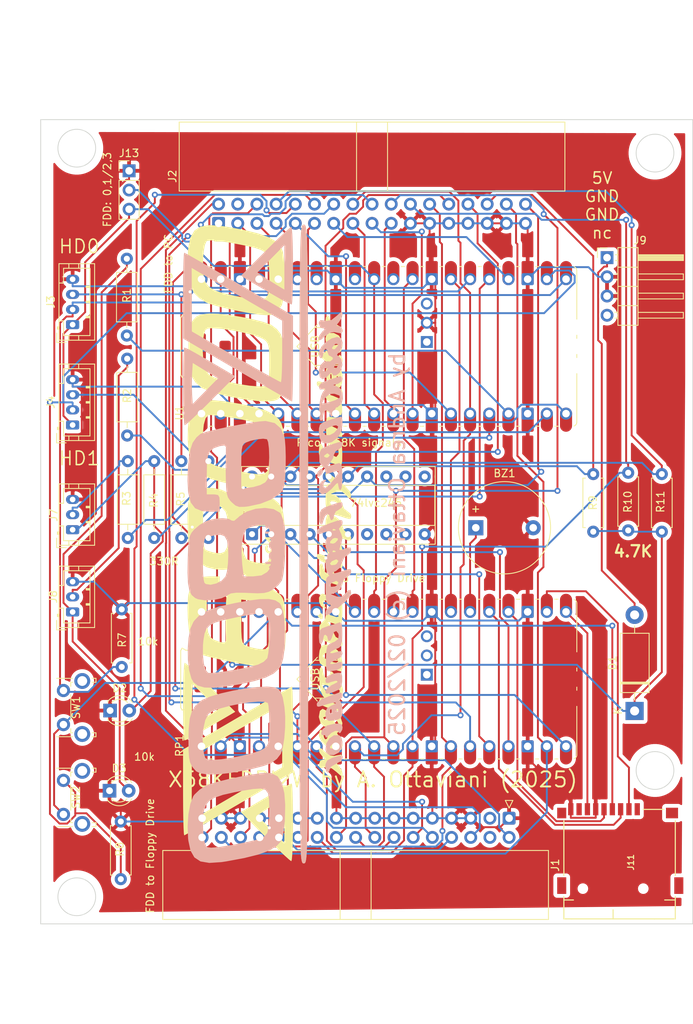
<source format=kicad_pcb>
(kicad_pcb (version 20241229) (generator "pcbnew") (generator_version "9.0")
  (layers (0 "F.Cu" signal) (2 "B.Cu" signal) (13 "F.Paste" user) (15 "B.Paste" user) (5 "F.SilkS" user "F.Silkscreen") (7 "B.SilkS" user "B.Silkscreen") (1 "F.Mask" user) (3 "B.Mask" user) (25 "Edge.Cuts" user))
  (net 0 "")
  (net 1 "GND")
  (net 2 "~{DENSITY}")
  (net 3 "~{DS3}")
  (net 4 "~{INDEX}")
  (net 5 "~{DS0}")
  (net 6 "~{DS1}")
  (net 7 "~{DS2}")
  (net 8 "~{MOTOR}")
  (net 9 "~{DIR}")
  (net 10 "~{STEP}")
  (net 11 "~{WDATA}")
  (net 12 "~{WGATE}")
  (net 13 "~{TRK0}")
  (net 14 "~{WPROT}")
  (net 15 "~{RDATA}")
  (net 16 "~{SIDE}")
  (net 17 "~{RDY}")
  (net 18 "~{OPT0}")
  (net 19 "~{OPT1}")
  (net 20 "~{OPT2}")
  (net 21 "~{OPT3}")
  (net 22 "~{EJECT}")
  (net 23 "~{EjectMSK}")
  (net 24 "~{INSERTED}")
  (net 25 "~{ERROR}")
  (net 26 "~{FDDINT}")
  (net 27 "+5V")
  (net 31 "BT_FD0")
  (net 32 "BT_FD1")
  (net 33 "LEDFD0")
  (net 34 "LEDFD1")
  (net 35 "~{LED_BLINK}")
  (net 36 "LED_F0_Red")
  (net 37 "LED_F1_Red")
  (net 39 "Net-(J3-Pin_3)")
  (net 40 "BT__LED_FD0")
  (net 41 "Net-(J4-Pin_3)")
  (net 42 "BT__LED_FD1")
  (net 43 "LED0R")
  (net 44 "Net-(J7-Pin_2)")
  (net 45 "Net-(J8-Pin_2)")
  (net 48 "MISO")
  (net 50 "CS")
  (net 51 "MOSI")
  (net 52 "SCK")
  (net 53 "+3.3V")
  (net 58 "5vtoPico")
  (net 59 "Buzzer")
  (net 60 "Int{slash}Ext")
  (net 61 "LVC245_EN")
  (net 62 "FD0_En")
  (net 68 "FD1_En")
  (net 91 "LED1R")
  (net 92 "~{WPROT3v3}")
  (net 93 "~{RDY3v3}")
  (net 94 "~{INDEX3v3}")
  (net 95 "~{TRK03v3}")
  (net 96 "~{RDATA3v3}")
  (footprint "Connector_JST:JST_PH_B3B-PH-K_1x03_P2.00mm_Vertical" (layer "F.Cu") (at 72.9 94.235 90)
    (property "Reference" "J7")
    (property "Value" "LedFD0" (hide yes))
  )
  (footprint "Resistor_THT:R_Axial_DIN0207_L6.3mm_D2.5mm_P10.16mm_Horizontal" (layer "F.Cu") (at 80.125 81.775 90)
    (property "Reference" "R2")
    (property "Value" "R330" (hide yes))
  )
  (footprint "Library:Raspberry_Pi_PicoW_SMT_THT" (layer "F.Cu") (at 114 70 90)
    (property "Reference" "U1")
    (property "Value" "Pico" (hide yes))
  )
  (footprint "Resistor_THT:R_Axial_DIN0207_L6.3mm_D2.5mm_P7.62mm_Horizontal" (layer "F.Cu") (at 79.4 104.765 -90)
    (property "Reference" "R7")
    (property "Value" "10k" (hide yes))
  )
  (footprint "Resistor_THT:R_Axial_DIN0207_L6.3mm_D2.5mm_P10.16mm_Horizontal" (layer "F.Cu") (at 87.3 95.325 90)
    (property "Reference" "R5")
    (property "Value" "R330" (hide yes))
  )
  (footprint "Connector_JST:JST_PH_B4B-PH-K_1x04_P2.00mm_Vertical" (layer "F.Cu") (at 72.9 80.385 90)
    (property "Reference" "J4")
    (property "Value" "FD01" (hide yes))
  )
  (footprint "Connector_PinHeader_2.54mm:PinHeader_1x04_P2.54mm_Horizontal" (layer "F.Cu") (at 143.65 58.25)
    (property "Reference" "J9")
    (property "Value" "FloppyPWR" (hide yes))
  )
  (footprint "Resistor_THT:R_Axial_DIN0207_L6.3mm_D2.5mm_P10.16mm_Horizontal" (layer "F.Cu") (at 80.075 68.555 90)
    (property "Reference" "R1")
    (property "Value" "R330" (hide yes))
  )
  (footprint "Package_DIP:DIP-20_W7.62mm_Socket" (layer "F.Cu") (at 96.65 94.825 90)
    (property "Reference" "U2")
    (property "Value" "74LVC245" (hide yes))
  )
  (footprint "Resistor_THT:R_Axial_DIN0207_L6.3mm_D2.5mm_P7.62mm_Horizontal" (layer "F.Cu") (at 79.275 132.825 -90)
    (property "Reference" "R8")
    (property "Value" "10k" (hide yes))
  )
  (footprint "logo:X68Klogo" (layer "F.Cu") (at 99.363483 96.125 90)
    (property "Reference" "G1")
    (property "Value" "LOGO" (hide yes))
  )
  (footprint "Resistor_THT:R_Axial_DIN0207_L6.3mm_D2.5mm_P10.16mm_Horizontal" (layer "F.Cu") (at 83.7 95.325 90)
    (property "Reference" "R4")
    (property "Value" "R330" (hide yes))
  )
  (footprint "Resistor_THT:R_Axial_DIN0207_L6.3mm_D2.5mm_P10.16mm_Horizontal" (layer "F.Cu") (at 80.2 95.325 90)
    (property "Reference" "R3")
    (property "Value" "R330" (hide yes))
  )
  (footprint "Resistor_THT:R_Axial_DIN0207_L6.3mm_D2.5mm_P7.62mm_Horizontal" (layer "F.Cu") (at 141.825 94.495 90)
    (property "Reference" "R9")
    (property "Value" "4.7K" (hide yes))
  )
  (footprint "Connector_IDC:IDC-Header_2x17_P2.54mm_Horizontal" (layer "F.Cu") (at 130.685 132.385 -90)
    (property "Reference" "J1")
    (property "Value" "HxC Connector" (hide yes))
  )
  (footprint "Library:Raspberry_Pi_PicoW_SMT_THT" (layer "F.Cu") (at 114 114 90)
    (property "Reference" "RP1")
    (property "Value" "PicoW" (hide yes))
  )
  (footprint "Resistor_THT:R_Axial_DIN0207_L6.3mm_D2.5mm_P7.62mm_Horizontal" (layer "F.Cu") (at 146.45 94.32 90)
    (property "Reference" "R10")
    (property "Value" "4.7K" (hide yes))
  )
  (footprint "Resistor_THT:R_Axial_DIN0207_L6.3mm_D2.5mm_P7.62mm_Horizontal" (layer "F.Cu") (at 150.9 94.495 90)
    (property "Reference" "R11")
    (property "Value" "4.7K" (hide yes))
  )
  (footprint "Connector_PinHeader_2.54mm:PinHeader_1x03_P2.54mm_Vertical" (layer "F.Cu") (at 80.375 46.77)
    (property "Reference" "J13")
    (property "Value" "FD Int/Ext (0,1/2,3)" (hide yes))
  )
  (footprint "LED_THT:LED_D3.0mm" (layer "F.Cu") (at 77.785 128.75)
    (property "Reference" "D3")
    (property "Value" "LED" (hide yes))
  )
  (footprint "Diode_THT:D_DO-15_P12.70mm_Horizontal" (layer "F.Cu") (at 147.3 118.2 90)
    (property "Reference" "D1")
    (property "Value" "1N5817" (hide yes))
  )
  (footprint "Connector_IDC:IDC-Header_2x17_P2.54mm_Horizontal" (layer "F.Cu") (at 92.22 53.715 90)
    (property "Reference" "J2")
    (property "Value" "FD Ext Connector" (hide yes))
  )
  (footprint "Button_Switch_THT:SW_Tactile_SPST_Angled_PTS645Vx83-2LFS" (layer "F.Cu") (at 71.685 120 90)
    (property "Reference" "SW1")
    (property "Value" "SW_Push" (hide yes))
  )
  (footprint "Connector_JST:JST_PH_B3B-PH-K_1x03_P2.00mm_Vertical" (layer "F.Cu") (at 72.9 105.11 90)
    (property "Reference" "J8")
    (property "Value" "LedFD1" (hide yes))
  )
  (footprint "Buzzer_Beeper:Buzzer_12x9.5RM7.6" (layer "F.Cu") (at 126.275 93.975)
    (property "Reference" "BZ1")
    (property "Value" "Buzzer" (hide yes))
  )
  (footprint "Library:J_SD_Card-micro_socket_A" (layer "F.Cu") (at 144.435 138.2219 180)
    (property "Reference" "J11")
    (property "Value" "Micro_SD_Card" (hide yes))
  )
  (footprint "Button_Switch_THT:SW_Tactile_SPST_Angled_PTS645Vx83-2LFS" (layer "F.Cu") (at 71.685 131.885 90)
    (property "Reference" "SW2")
    (property "Value" "SW_Push" (hide yes))
  )
  (footprint "Connector_JST:JST_PH_B4B-PH-K_1x04_P2.00mm_Vertical" (layer "F.Cu") (at 72.9 67.11 90)
    (property "Reference" "J3")
    (property "Value" "FD00" (hide yes))
  )
  (footprint "LED_THT:LED_D3.0mm" (layer "F.Cu") (at 77.86 118.15)
    (property "Reference" "D2")
    (property "Value" "LED" (hide yes))
  )
  (footprint "Resistor_THT:R_Axial_DIN0207_L6.3mm_D2.5mm_P10.16mm_Horizontal" (layer "F.Cu") (at 90.875 95.325 90)
    (property "Reference" "R6")
    (property "Value" "R330" (hide yes))
  )
  (footprint "logo:X68Klogo" (layer "B.Cu") (at 99.363483 96.125 -90)
    (property "Reference" "Gback")
    (property "Value" "LOGO" (hide yes))
  )
  (gr_circle (center 73.45 142.775) (end 75.95 142.775) (stroke (width 0.1)) (fill no) (layer "Edge.Cuts"))
  (gr_circle (center 150 44.425) (end 152.5 44.425) (stroke (width 0.1)) (fill no) (layer "Edge.Cuts"))
  (gr_line (start 155 40) (end 68.675 40) (stroke (width 0.1)) (layer "Edge.Cuts"))
  (gr_line (start 68.675 40) (end 68.675 146.36) (stroke (width 0.1)) (layer "Edge.Cuts"))
  (gr_circle (center 73.45 43.775) (end 75.95 43.775) (stroke (width 0.1)) (fill no) (layer "Edge.Cuts"))
  (gr_line (start 155 146.36) (end 155 40) (stroke (width 0.1)) (layer "Edge.Cuts"))
  (gr_circle (center 150 126.075) (end 152.5 126.075) (stroke (width 0.1)) (fill no) (layer "Edge.Cuts"))
  (gr_line (start 68.675 146.36) (end 155 146.36) (stroke (width 0.1)) (layer "Edge.Cuts"))
  (gr_text "X68KFDPI2W by A. Ottaviani (2025)" (at 112.65 127.275 0) (layer "F.SilkS") (effects (font (size 2 2) (thickness 0.25))))
  (gr_text "FDD: 0,1/2,3" (at 78.075 54.3 90) (layer "F.SilkS") (effects (font (size 1 1)) (justify left bottom)))
  (gr_text "	5V\n	GND\n	GND\n	nc" (at 140.175 51.35 0) (layer "F.SilkS") (effects (font (size 1.5 1.5) (thickness 0.2))))
  (gr_text "HD0" (at 73.775 56.775 0) (layer "F.SilkS") (effects (font (size 1.8 1.8) (thickness 0.2))))
  (gr_text "HD1" (at 73.775 84.8 0) (layer "F.SilkS") (effects (font (size 1.8 1.8) (thickness 0.2))))
  (gr_text "10k" (at 81.425 109.6 0) (layer "F.SilkS") (effects (font (size 1 1)) (justify left bottom)))
  (gr_text "FDD to Floppy Drive" (at 83.75 145.05 90) (layer "F.SilkS") (effects (font (size 1 1)) (justify left bottom)))
  (gr_text "10k" (at 80.95 124.85 0) (layer "F.SilkS") (effects (font (size 1 1)) (justify left bottom)))
  (gr_text "Pico Floppy Drive" (at 106.15 101.225 0) (layer "F.SilkS") (effects (font (size 1 1)) (justify left bottom)))
  (gr_text "FDD to PC" (at 86.175 63.075 90) (layer "F.SilkS") (effects (font (size 1 1)) (justify left bottom)))
  (gr_text "4.7K" (at 144.35 97.975 0) (layer "F.SilkS") (effects (font (size 1.5 1.5) (thickness 0.3) (bold yes)) (justify left bottom)))
  (gr_text "74lvc245" (at 109.5 91.275 0) (layer "F.SilkS") (effects (font (size 1 1)) (justify left bottom)))
  (gr_text "Pico X68K signals" (at 102.425 83.3 0) (layer "F.SilkS") (effects (font (size 1 1)) (justify left bottom)))
  (gr_text "330R" (at 82.975 99 0) (layer "F.SilkS") (effects (font (size 1 1)) (justify left bottom)))
  (gr_text "by Andrea Ottaviani (c) 02/2025" (at 117.05 70.625 90) (layer "B.SilkS") (effects (font (size 2 2) (thickness 0.3)) (justify left bottom mirror)))
  (segment (start 95.04 122.88) (end 95.04 124.48) (width 0.25) (layer "F.Cu") (net 1))
  (segment (start 95.04 103.5) (end 95.04 105.1) (width 0.25) (layer "F.Cu") (net 1))
  (segment (start 117.62 53.715) (end 120.16 53.715) (width 0.25) (layer "F.Cu") (net 1))
  (segment (start 77.86 118.15) (end 77.86 119.3767) (width 0.25) (layer "F.Cu") (net 1))
  (segment (start 95.04 124.48) (end 95.04 132.3) (width 0.25) (layer "F.Cu") (net 1))
  (segment (start 120.44 105.1) (end 120.9041 105.5641) (width 0.25) (layer "F.Cu") (net 1))
  (segment (start 120.44 59.5) (end 120.44 61.1) (width 0.25) (layer "F.Cu") (net 1))
  (segment (start 72.9 89.3083) (end 74.1119 88.0964) (width 0.25) (layer "F.Cu") (net 1))
  (segment (start 95.04 78.88) (end 95.04 80.48) (width 0.25) (layer "F.Cu") (net 1))
  (segment (start 77.785 119.4517) (end 77.785 128.75) (width 0.25) (layer "F.Cu") (net 1))
  (segment (start 120.9041 122.4159) (end 120.44 122.88) (width 0.25) (layer "F.Cu") (net 1))
  (segment (start 133.14 80.48) (end 133.14 78.88) (width 0.25) (layer "F.Cu") (net 1))
  (segment (start 120.6767 80.7167) (end 120.6767 93.6583) (width 0.25) (layer "F.Cu") (net 1))
  (segment (start 93.09 120.93) (end 93.09 113.99) (width 0.25) (layer "F.Cu") (net 1))
  (segment (start 138.85 131.2001) (end 138.85 130.0734) (width 0.25) (layer "F.Cu") (net 1))
  (segment (start 120.44 78.88) (end 120.44 80.48) (width 0.25) (layer "F.Cu") (net 1))
  (segment (start 72.9 90.235) (end 72.9 89.3083) (width 0.25) (layer "F.Cu") (net 1))
  (segment (start 74.1119 75.9444) (end 73.4792 75.3117) (width 0.25) (layer "F.Cu") (net 1))
  (segment (start 133.14 122.88) (end 133.14 105.1) (width 0.25) (layer "F.Cu") (net 1))
  (segment (start 138.85 130.0734) (end 138.7334 130.0734) (width 0.25) (layer "F.Cu") (net 1))
  (segment (start 127.78 53.715) (end 130.32 53.715) (width 0.25) (layer "F.Cu") (net 1))
  (segment (start 120.9041 105.5641) (end 120.9041 122.4159) (width 0.25) (layer "F.Cu") (net 1))
  (segment (start 95.04 132.3) (end 95.125 132.385) (width 0.25) (layer "F.Cu") (net 1))
  (segment (start 133.14 78.88) (end 133.14 61.1) (width 0.25) (layer "F.Cu") (net 1))
  (segment (start 107.74 59.5) (end 107.74 61.1) (width 0.25) (layer "F.Cu") (net 1))
  (segment (start 138.7334 130.0734) (end 133.14 124.48) (width 0.25) (layer "F.Cu") (net 1))
  (segment (start 95.04 112.1216) (end 93.1716 113.99) (width 0.25) (layer "F.Cu") (net 1))
  (segment (start 95.04 105.1) (end 95.04 112.1216) (width 0.25) (layer "F.Cu") (net 1))
  (segment (start 120.9147 61.5747) (end 120.9147 66.8658) (width 0.25) (layer "F.Cu") (net 1))
  (segment (start 133.14 53.995) (end 133.14 59.5) (width 0.25) (layer "F.Cu") (net 1))
  (segment (start 138.85 131.7634) (end 138.85 132.3268) (width 0.25) (layer "F.Cu") (net 1))
  (segment (start 142.15 132.3268) (end 138.85 132.3268) (width 0.25) (layer "F.Cu") (net 1))
  (segment (start 133.14 59.5) (end 133.14 61.1) (width 0.25) (layer "F.Cu") (net 1))
  (segment (start 120.44 103.5) (end 120.44 95.755) (width 0.25) (layer "F.Cu") (net 1))
  (segment (start 77.785 129.9767) (end 79.275 131.4667) (width 0.25) (layer "F.Cu") (net 1))
  (segment (start 95.04 122.88) (end 93.09 120.93) (width 0.25) (layer "F.Cu") (net 1))
  (segment (start 133.14 103.5) (end 133.14 105.1) (width 0.25) (layer "F.Cu") (net 1))
  (segment (start 72.9 74.385) (end 72.9 75.3117) (width 0.25) (layer "F.Cu") (net 1))
  (segment (start 120.44 95.755) (end 119.51 94.825) (width 0.25) (layer "F.Cu") (net 1))
  (segment (start 107.74 103.5) (end 107.74 105.1) (width 0.25) (layer "F.Cu") (net 1))
  (segment (start 79.275 131.4667) (end 79.275 132.825) (width 0.25) (layer "F.Cu") (net 1))
  (segment (start 99.19 84.63) (end 95.04 80.48) (width 0.25) (layer "F.Cu") (net 1))
  (segment (start 133.14 124.48) (end 133.14 122.88) (width 0.25) (layer "F.Cu") (net 1))
  (segment (start 107.74 122.88) (end 107.74 124.48) (width 0.25) (layer "F.Cu") (net 1))
  (segment (start 119.79 66.8658) (end 120.9147 66.8658) (width 0.25) (layer "F.Cu") (net 1))
  (segment (start 143.65 63.33) (end 143.65 60.79) (width 0.25) (layer "F.Cu") (net 1))
  (segment (start 107.74 78.88) (end 107.74 80.48) (width 0.25) (layer "F.Cu") (net 1))
  (segment (start 126.7956 133.5756) (end 125.605 132.385) (width 0.25) (layer "F.Cu") (net 1))
  (segment (start 120.9147 78.4053) (end 120.9147 66.8658) (width 0.25) (layer "F.Cu") (net 1))
  (segment (start 133.14 94.71) (end 133.14 103.5) (width 0.25) (layer "F.Cu") (net 1))
  (segment (start 80.375 47.9467) (end 80.0073 47.9467) (width 0.25) (layer "F.Cu") (net 1))
  (segment (start 120.44 61.1) (end 120.9147 61.5747) (width 0.25) (layer "F.Cu") (net 1))
  (segment (start 120.44 103.5) (end 120.44 105.1) (width 0.25) (layer "F.Cu") (net 1))
  (segment (start 80.375 46.77) (end 80.375 47.9467) (width 0.25) (layer "F.Cu") (net 1))
  (segment (start 95.04 59.5) (end 95.04 61.1) (width 0.25) (layer "F.Cu") (net 1))
  (segment (start 120.525 124.565) (end 120.525 132.385) (width 0.25) (layer "F.Cu") (net 1))
  (segment (start 72.9 55.054) (end 72.9 61.11) (width 0.25) (layer "F.Cu") (net 1))
  (segment (start 129.4944 133.5756) (end 126.7956 133.5756) (width 0.25) (layer "F.Cu") (net 1))
  (segment (start 120.44 122.88) (end 120.44 124.48) (width 0.25) (layer "F.Cu") (net 1))
  (segment (start 132.86 53.715) (end 133.14 53.995) (width 0.25) (layer "F.Cu") (net 1))
  (segment (start 107.825 124.565) (end 107.825 132.385) (width 0.25) (layer "F.Cu") (net 1))
  (segment (start 77.785 128.75) (end 77.785 129.9767) (width 0.25) (layer "F.Cu") (net 1))
  (segment (start 107.74 124.48) (end 107.825 124.565) (width 0.25) (layer "F.Cu") (net 1))
  (segment (start 73.4792 75.3117) (end 72.9 75.3117) (width 0.25) (layer "F.Cu") (net 1))
  (segment (start 120.44 80.48) (end 120.6767 80.7167) (width 0.25) (layer "F.Cu") (net 1))
  (segment (start 120.44 78.88) (end 120.9147 78.4053) (width 0.25) (layer "F.Cu") (net 1))
  (segment (start 120.16 53.715) (end 120.16 59.22) (width 0.25) (layer "F.Cu") (net 1))
  (segment (start 120.6767 93.6583) (end 119.51 94.825) (width 0.25) (layer "F.Cu") (net 1))
  (segment (start 133.875 93.975) (end 133.14 94.71) (width 0.25) (layer "F.Cu") (net 1))
  (segment (start 120.16 59.22) (end 120.44 59.5) (width 0.25) (layer "F.Cu") (net 1))
  (segment (start 138.85 131.7634) (end 138.85 131.2001) (width 0.25) (layer "F.Cu") (net 1))
  (segment (start 142.15 131.2001) (end 142.15 132.3268) (width 0.25) (layer "F.Cu") (net 1))
  (segment (start 120.44 124.48) (end 120.525 124.565) (width 0.25) (layer "F.Cu") (net 1))
  (segment (start 93.1716 113.99) (end 93.09 113.99) (width 0.25) (layer "F.Cu") (net 1))
  (segment (start 77.86 119.3767) (end 77.785 119.4517) (width 0.25) (layer "F.Cu") (net 1))
  (segment (start 80.0073 47.9467) (end 72.9 55.054) (width 0.25) (layer "F.Cu") (net 1))
  (segment (start 74.1119 88.0964) (end 74.1119 75.9444) (width 0.25) (layer "F.Cu") (net 1))
  (segment (start 99.19 87.205) (end 99.19 84.63) (width 0.25) (layer "F.Cu") (net 1))
  (segment (start 130.685 132.385) (end 129.4944 133.5756) (width 0.25) (layer "F.Cu") (net 1))
  (segment (start 92.585 132.385) (end 90.045 132.385) (width 0.25) (layer "B.Cu") (net 1))
  (segment (start 79.4 104.765) (end 75.745 101.11) (width 0.25) (layer "B.Cu") (net 1))
  (segment (start 134.7303 59.5097) (end 133.14 61.1) (width 0.25) (layer "B.Cu") (net 1))
  (segment (start 95.04 61.1) (end 93.8981 62.2419) (width 0.25) (layer "B.Cu") (net 1))
  (segment (start 91.4717 75.3117) (end 72.9 75.3117) (width 0.25) (layer "B.Cu") (net 1))
  (segment (start 89.605 132.825) (end 90.045 132.385) (width 0.25) (layer "B.Cu") (net 1))
  (segment (start 102.745 132.385) (end 100.205 132.385) (width 0.25) (layer "B.Cu") (net 1))
  (segment (start 107.74 77.7354) (end 119.2954 77.7354) (width 0.25) (layer "B.Cu") (net 1))
  (segment (start 75.745 101.11) (end 72.9 101.11) (width 0.25) (layer "B.Cu") (net 1))
  (segment (start 127.78 53.715) (end 125.24 53.715) (width 0.25) (layer "B.Cu") (net 1))
  (segment (start 123.065 132.385) (end 125.605 132.385) (width 0.25) (layer "B.Cu") (net 1))
  (segment (start 79.275 132.825) (end 89.605 132.825) (width 0.25) (layer "B.Cu") (net 1))
  (segment (start 88.7404 62.0367) (end 72.9 62.0367) (width 0.25) (layer "B.Cu") (net 1))
  (segment (start 107.74 105.1) (end 106.5772 103.9372) (width 0.25) (layer "B.Cu") (net 1))
  (segment (start 106.6064 59.9664) (end 107.74 61.1) (width 0.25) (layer "B.Cu") (net 1))
  (segment (start 95.04 61.1) (end 96.1736 59.9664) (width 0.25) (layer "B.Cu") (net 1))
  (segment (start 143.65 60.79) (end 142.4733 60.79) (width 0.25) (layer "B.Cu") (net 1))
  (segment (start 110.365 132.385) (end 112.905 132.385) (width 0.25) (layer "B.Cu") (net 1))
  (segment (start 107.74 77.7354) (end 96.1846 77.7354) (width 0.25) (layer "B.Cu") (net 1))
  (segment (start 95.04 103.9372) (end 80.2278 103.9372) (width 0.25) (layer "B.Cu") (net 1))
  (segment (start 88.9456 62.2419) (end 88.7404 62.0367) (width 0.25) (layer "B.Cu") (net 1))
  (segment (start 105.285 132.385) (end 102.745 132.385) (width 0.25) (layer "B.Cu") (net 1))
  (segment (start 72.9 74.385) (end 72.9 75.3117) (width 0.25) (layer "B.Cu") (net 1))
  (segment (start 141.193 59.5097) (end 134.7303 59.5097) (width 0.25) (layer "B.Cu") (net 1))
  (segment (start 92.585 132.385) (end 95.125 132.385) (width 0.25) (layer "B.Cu") (net 1))
  (segment (start 95.04 78.88) (end 91.4717 75.3117) (width 0.25) (layer "B.Cu") (net 1))
  (segment (start 80.2278 103.9372) (end 79.4 104.765) (width 0.25) (layer "B.Cu") (net 1))
  (segment (start 119.2669 106.2731) (end 120.44 105.1) (width 0.25) (layer "B.Cu") (net 1))
  (segment (start 72.9 61.11) (end 72.9 62.0367) (width 0.25) (layer "B.Cu") (net 1))
  (segment (start 142.4733 60.79) (end 141.193 59.5097) (width 0.25) (layer "B.Cu") (net 1))
  (segment (start 131.9961 106.2439) (end 133.14 105.1) (width 0.25) (layer "B.Cu") (net 1))
  (segment (start 110.365 132.385) (end 107.825 132.385) (width 0.25) (layer "B.Cu") (net 1))
  (segment (start 120.44 61.1) (end 119.2925 62.2475) (width 0.25) (layer "B.Cu") (net 1))
  (segment (start 96.1846 77.7354) (end 95.04 78.88) (width 0.25) (layer "B.Cu") (net 1))
  (segment (start 125.24 53.715) (end 122.7 53.715) (width 0.25) (layer "B.Cu") (net 1))
  (segment (start 95.04 105.1) (end 95.04 103.9372) (width 0.25) (layer "B.Cu") (net 1))
  (segment (start 93.8981 62.2419) (end 88.9456 62.2419) (width 0.25) (layer "B.Cu") (net 1))
  (segment (start 108.9131 106.2731) (end 119.2669 106.2731) (width 0.25) (layer "B.Cu") (net 1))
  (segment (start 100.205 132.385) (end 97.665 132.385) (width 0.25) (layer "B.Cu") (net 1))
  (segment (start 97.665 132.385) (end 95.125 132.385) (width 0.25) (layer "B.Cu") (net 1))
  (segment (start 119.2925 62.2475) (end 108.8875 62.2475) (width 0.25) (layer "B.Cu") (net 1))
  (segment (start 123.065 132.385) (end 120.525 132.385) (width 0.25) (layer "B.Cu") (net 1))
  (segment (start 115.445 132.385) (end 117.985 132.385) (width 0.25) (layer "B.Cu") (net 1))
  (segment (start 108.8875 62.2475) (end 107.74 61.1) (width 0.25) (layer "B.Cu") (net 1))
  (segment (start 120.44 105.1) (end 121.5839 106.2439) (width 0.25) (layer "B.Cu") (net 1))
  (segment (start 107.74 78.88) (end 107.74 77.7354) (width 0.25) (layer "B.Cu") (net 1))
  (segment (start 106.5772 103.9372) (end 95.04 103.9372) (width 0.25) (layer "B.Cu") (net 1))
  (segment (start 96.1736 59.9664) (end 106.6064 59.9664) (width 0.25) (layer "B.Cu") (net 1))
  (segment (start 132.86 53.715) (end 130.32 53.715) (width 0.25) (layer "B.Cu") (net 1))
  (segment (start 112.905 132.385) (end 115.445 132.385) (width 0.25) (layer "B.Cu") (net 1))
  (segment (start 120.525 132.385) (end 117.985 132.385) (width 0.25) (layer "B.Cu") (net 1))
  (segment (start 119.2954 77.7354) (end 120.44 78.88) (width 0.25) (layer "B.Cu") (net 1))
  (segment (start 121.5839 106.2439) (end 131.9961 106.2439) (width 0.25) (layer "B.Cu") (net 1))
  (segment (start 107.74 105.1) (end 108.9131 106.2731) (width 0.25) (layer "B.Cu") (net 1))
  (segment (start 120.16 53.715) (end 122.7 53.715) (width 0.25) (layer "B.Cu") (net 1))
  (segment (start 91.3353 51.175) (end 92.22 51.175) (width 0.25) (layer "F.Cu") (net 2))
  (segment (start 89.96 122.88) (end 85.2479 118.1679) (width 0.25) (layer "F.Cu") (net 2))
  (segment (start 89.96 122.88) (end 89.96 124.48) (width 0.25) (layer "F.Cu") (net 2))
  (segment (start 85.2479 94.6406) (end 85.2479 57.2624) (width 0.25) (layer "F.Cu") (net 2))
  (segment (start 85.2479 96.0094) (end 85.2784 95.9789) (width 0.25) (layer "F.Cu") (net 2))
  (segment (start 85.2479 118.1679) (end 85.2479 96.0094) (width 0.25) (layer "F.Cu") (net 2))
  (segment (start 85.2784 95.9789) (end 85.2784 94.6711) (width 0.25) (layer "F.Cu") (net 2))
  (segment (start 85.2479 57.2624) (end 91.3353 51.175) (width 0.25) (layer "F.Cu") (net 2))
  (segment (start 85.2784 94.6711) (end 85.2479 94.6406) (width 0.25) (layer "F.Cu") (net 2))
  (segment (start 105.3818 124.7073) (end 122.2132 124.7073) (width 0.25) (layer "B.Cu") (net 2))
  (segment (start 103.9301 122.5093) (end 103.9301 123.2556) (width 0.25) (layer "B.Cu") (net 2))
  (segment (start 89.96 122.88) (end 91.5934 121.2466) (width 0.25) (layer "B.Cu") (net 2))
  (segment (start 103.9301 123.2556) (end 105.3818 124.7073) (width 0.25) (layer "B.Cu") (net 2))
  (segment (start 129.3617 133.6017) (end 130.685 134.925) (width 0.25) (layer "B.Cu") (net 2))
  (segment (start 122.2132 124.7073) (end 129.3617 131.8558) (width 0.25) (layer "B.Cu") (net 2))
  (segment (start 91.5934 121.2466) (end 102.6674 121.2466) (width 0.25) (layer "B.Cu") (net 2))
  (segment (start 129.3617 131.8558) (end 129.3617 133.6017) (width 0.25) (layer "B.Cu") (net 2))
  (segment (start 102.6674 121.2466) (end 103.9301 122.5093) (width 0.25) (layer "B.Cu") (net 2))
  (segment (start 91.3424 121.7224) (end 91.3424 101.7334) (width 0.25) (layer "F.Cu") (net 3))
  (segment (start 96.083 52.392) (end 97.3 51.175) (width 0.25) (layer "F.Cu") (net 3))
  (segment (start 91.3424 101.7334) (end 92.021 101.0548) (width 0.25) (layer "F.Cu") (net 3))
  (segment (start 91.23 55.036) (end 90.9975 54.8035) (width 0.25) (layer "F.Cu") (net 3))
  (segment (start 90.9975 54.8035) (end 90.9975 52.8454) (width 0.25) (layer "F.Cu") (net 3))
  (segment (start 90.9975 52.8454) (end 91.4509 52.392) (width 0.25) (layer "F.Cu") (net 3))
  (segment (start 92.021 84.7175) (end 91.23 83.9265) (width 0.25) (layer "F.Cu") (net 3))
  (segment (start 92.5 122.88) (end 91.3424 121.7224) (width 0.25) (layer "F.Cu") (net 3))
  (segment (start 91.4509 52.392) (end 96.083 52.392) (width 0.25) (layer "F.Cu") (net 3))
  (segment (start 92.5 122.88) (end 92.5 124.48) (width 0.25) (layer "F.Cu") (net 3))
  (segment (start 92.021 101.0548) (end 92.021 84.7175) (width 0.25) (layer "F.Cu") (net 3))
  (segment (start 91.23 83.9265) (end 91.23 55.036) (width 0.25) (layer "F.Cu") (net 3))
  (segment (start 92.5 122.88) (end 93.6546 121.7254) (width 0.25) (layer "B.Cu") (net 3))
  (segment (start 100.6305 121.7254) (end 101.5333 122.6282) (width 0.25) (layer "B.Cu") (net 3))
  (segment (start 101.5333 122.6282) (end 101.5333 123.3936) (width 0.25) (layer "B.Cu") (net 3))
  (segment (start 126.7981 133.7319) (end 125.605 134.925) (width 0.25) (layer "B.Cu") (net 3))
  (segment (start 93.6546 121.7254) (end 100.6305 121.7254) (width 0.25) (layer "B.Cu") (net 3))
  (segment (start 125.8502 130.9354) (end 126.7981 131.8833) (width 0.25) (layer "B.Cu") (net 3))
  (segment (start 126.7981 131.8833) (end 126.7981 133.7319) (width 0.25) (layer "B.Cu") (net 3))
  (segment (start 109.0751 130.9354) (end 125.8502 130.9354) (width 0.25) (layer "B.Cu") (net 3))
  (segment (start 101.5333 123.3936) (end 109.0751 130.9354) (width 0.25) (layer "B.Cu") (net 3))
  (segment (start 101.2989 107.5797) (end 100.35 108.5286) (width 0.25) (layer "F.Cu") (net 4))
  (segment (start 146.905 81.7533) (end 146.905 53.9575) (width 0.25) (layer "F.Cu") (net 4))
  (segment (start 150.9 86.875) (end 150.9 85.7483) (width 0.25) (layer "F.Cu") (net 4))
  (segment (start 100.35 118.4666) (end 98.9351 119.8815) (width 0.25) (layer "F.Cu") (net 4))
  (segment (start 100.5649 95.4599) (end 101.2989 96.1939) (width 0.25) (layer "F.Cu") (net 4))
  (segment (start 101.2989 96.1939) (end 101.2989 107.5797) (width 0.25) (layer "F.Cu") (net 4))
  (segment (start 101.73 87.205) (end 100.5649 88.3701) (width 0.25) (layer "F.Cu") (net 4))
  (segment (start 100.5649 88.3701) (end 100.5649 95.4599) (width 0.25) (layer "F.Cu") (net 4))
  (segment (start 100.35 108.5286) (end 100.35 118.4666) (width 0.25) (layer "F.Cu") (net 4))
  (segment (start 150.9 85.7483) (end 146.905 81.7533) (width 0.25) (layer "F.Cu") (net 4))
  (segment (start 98.9351 119.8815) (end 98.9351 133.6551) (width 0.25) (layer "F.Cu") (net 4))
  (via (at 98.9351 133.6551) (size 0.8) (drill 0.4) (layers "F.Cu" "B.Cu") (net 4))
  (via (at 146.905 53.9575) (size 0.8) (drill 0.4) (layers "F.Cu" "B.Cu") (net 4))
  (segment (start 121.3773 136.6127) (end 102.694 136.6127) (width 0.25) (layer "B.Cu") (net 4))
  (segment (start 101.5586 49.4564) (end 143.4899 49.4564) (width 0.25) (layer "B.Cu") (net 4))
  (segment (start 149.7733 86.875) (end 148.2821 85.3838) (width 0.25) (layer "B.Cu") (net 4))
  (segment (start 99.84 51.175) (end 101.5586 49.4564) (width 0.25) (layer "B.Cu") (net 4))
  (segment (start 101.475 135.3937) (end 101.475 134.469) (width 0.25) (layer "B.Cu") (net 4))
  (segment (start 123.065 134.925) (end 121.3773 136.6127) (width 0.25) (layer "B.Cu") (net 4))
  (segment (start 102.694 136.6127) (end 101.475 135.3937) (width 0.25) (layer "B.Cu") (net 4))
  (segment (start 146.905 52.8715) (end 146.905 53.9575) (width 0.25) (layer "B.Cu") (net 4))
  (segment (start 100.6611 133.6551) (end 98.9351 133.6551) (width 0.25) (layer "B.Cu") (net 4))
  (segment (start 143.4899 49.4564) (end 146.905 52.8715) (width 0.25) (layer "B.Cu") (net 4))
  (segment (start 148.2821 85.3838) (end 103.5512 85.3838) (width 0.25) (layer "B.Cu") (net 4))
  (segment (start 103.5512 85.3838) (end 101.73 87.205) (width 0.25) (layer "B.Cu") (net 4))
  (segment (start 101.475 134.469) (end 100.6611 133.6551) (width 0.25) (layer "B.Cu") (net 4))
  (segment (start 150.9 86.875) (end 149.7733 86.875) (width 0.25) (layer "B.Cu") (net 4))
  (segment (start 81.3712 53.4039) (end 83.7837 50.9914) (width 0.25) (layer "F.Cu") (net 5))
  (segment (start 81.3712 96.4502) (end 81.3712 53.4039) (width 0.25) (layer "F.Cu") (net 5))
  (segment (start 98.9321 52.3517) (end 98.5701 51.9897) (width 0.25) (layer "F.Cu") (net 5))
  (segment (start 100.12 124.48) (end 100.12 122.88) (width 0.25) (layer "F.Cu") (net 5))
  (segment (start 102.38 51.175) (end 101.2033 52.3517) (width 0.25) (layer "F.Cu") (net 5))
  (segment (start 81.0783 96.7431) (end 81.3712 96.4502) (width 0.25) (layer "F.Cu") (net 5))
  (segment (start 83.7837 50.9914) (end 83.7837 49.9363) (width 0.25) (layer "F.Cu") (net 5))
  (segment (start 81.0783 116.7006) (end 81.0783 96.7431) (width 0.25) (layer "F.Cu") (net 5))
  (segment (start 101.2033 52.3517) (end 98.9321 52.3517) (width 0.25) (layer "F.Cu") (net 5))
  (via (at 98.5701 51.9897) (size 0.8) (drill 0.4) (layers "F.Cu" "B.Cu") (net 5))
  (via (at 83.7837 49.9363) (size 0.8) (drill 0.4) (layers "F.Cu" "B.Cu") (net 5))
  (via (at 81.0783 116.7006) (size 0.8) (drill 0.4) (layers "F.Cu" "B.Cu") (net 5))
  (segment (start 98.5701 51.9897) (end 98.5701 50.7609) (width 0.25) (layer "B.Cu") (net 5))
  (segment (start 81.0783 116.7006) (end 88.3962 124.0185) (width 0.25) (layer "B.Cu") (net 5))
  (segment (start 119.255 133.655) (end 107.397 133.655) (width 0.25) (layer "B.Cu") (net 5))
  (segment (start 120.525 134.925) (end 119.255 133.655) (width 0.25) (layer "B.Cu") (net 5))
  (segment (start 107.397 133.655) (end 106.5551 132.8131) (width 0.25) (layer "B.Cu") (net 5))
  (segment (start 98.5701 50.7609) (end 97.7455 49.9363) (width 0.25) (layer "B.Cu") (net 5))
  (segment (start 97.7455 49.9363) (end 83.7837 49.9363) (width 0.25) (layer "B.Cu") (net 5))
  (segment (start 106.5551 129.3151) (end 100.12 122.88) (width 0.25) (layer "B.Cu") (net 5))
  (segment (start 88.3962 124.0185) (end 98.9815 124.0185) (width 0.25) (layer "B.Cu") (net 5))
  (segment (start 106.5551 132.8131) (end 106.5551 129.3151) (width 0.25) (layer "B.Cu") (net 5))
  (segment (start 98.9815 124.0185) (end 100.12 122.88) (width 0.25) (layer "B.Cu") (net 5))
  (segment (start 102.66 124.48) (end 102.66 122.88) (width 0.25) (layer "F.Cu") (net 6))
  (segment (start 102.66 118.912) (end 102.66 122.88) (width 0.25) (layer "F.Cu") (net 6))
  (segment (start 103.6986 49.9536) (end 104.92 51.175) (width 0.25) (layer "F.Cu") (net 6))
  (segment (start 91.7208 49.9536) (end 103.6986 49.9536) (width 0.25) (layer "F.Cu") (net 6))
  (segment (start 117.985 134.925) (end 119.1658 133.7442) (width 0.25) (layer "F.Cu") (net 6))
  (segment (start 81.9149 115.2332) (end 81.9149 59.7595) (width 0.25) (layer "F.Cu") (net 6))
  (segment (start 81.9149 59.7595) (end 91.7208 49.9536) (width 0.25) (layer "F.Cu") (net 6))
  (segment (start 119.1658 133.7442) (end 119.1658 130.2087) (width 0.25) (layer "F.Cu") (net 6))
  (via (at 119.1658 130.2087) (size 0.8) (drill 0.4) (layers "F.Cu" "B.Cu") (net 6))
  (via (at 81.9149 115.2332) (size 0.8) (drill 0.4) (layers "F.Cu" "B.Cu") (net 6))
  (via (at 102.66 118.912) (size 0.8) (drill 0.4) (layers "F.Cu" "B.Cu") (net 6))
  (segment (start 102.66 122.88) (end 109.9887 130.2087) (width 0.25) (layer "B.Cu") (net 6))
  (segment (start 102.66 118.912) (end 99.9939 116.2459) (width 0.25) (layer "B.Cu") (net 6))
  (segment (start 82.9276 116.2459) (end 81.9149 115.2332) (width 0.25) (layer "B.Cu") (net 6))
  (segment (start 99.9939 116.2459) (end 82.9276 116.2459) (width 0.25) (layer "B.Cu") (net 6))
  (segment (start 109.9887 130.2087) (end 119.1658 130.2087) (width 0.25) (layer "B.Cu") (net 6))
  (segment (start 85.7301 94.484) (end 85.6996 94.4535) (width 0.25) (layer "F.Cu") (net 7))
  (segment (start 105.2 122.88) (end 105.2 124.48) (width 0.25) (layer "F.Cu") (net 7))
  (segment (start 85.7301 116.8148) (end 85.7301 94.484) (width 0.25) (layer "F.Cu") (net 7))
  (segment (start 113.7894 136.5806) (end 115.445 134.925) (width 0.25) (layer "F.Cu") (net 7))
  (segment (start 105.2 125.6067) (end 106.555 126.9617) (width 0.25) (layer "F.Cu") (net 7))
  (segment (start 106.555 135.3637) (end 107.7719 136.5806) (width 0.25) (layer "F.Cu") (net 7))
  (segment (start 85.6996 94.4535) (end 85.6996 57.8383) (width 0.25) (layer "F.Cu") (net 7))
  (segment (start 105.2 124.48) (end 105.2 125.6067) (width 0.25) (layer "F.Cu") (net 7))
  (segment (start 85.6996 57.8383) (end 88.1319 55.406) (width 0.25) (layer "F.Cu") (net 7))
  (segment (start 85.9793 117.064) (end 85.7301 116.8148) (width 0.25) (layer "F.Cu") (net 7))
  (segment (start 107.7719 136.5806) (end 113.7894 136.5806) (width 0.25) (layer "F.Cu") (net 7))
  (segment (start 106.555 126.9617) (end 106.555 135.3637) (width 0.25) (layer "F.Cu") (net 7))
  (via (at 85.9793 117.064) (size 0.8) (drill 0.4) (layers "F.Cu" "B.Cu") (net 7))
  (via (at 88.1319 55.406) (size 0.8) (drill 0.4) (layers "F.Cu" "B.Cu") (net 7))
  (segment (start 107.46 51.175) (end 106.19 52.445) (width 0.25) (layer "B.Cu") (net 7))
  (segment (start 101.1101 53.284) (end 101.1101 54.1373) (width 0.25) (layer "B.Cu") (net 7))
  (segment (start 99.8414 55.406) (end 88.1319 55.406) (width 0.25) (layer "B.Cu") (net 7))
  (segment (start 106.19 52.445) (end 101.9491 52.445) (width 0.25) (layer "B.Cu") (net 7))
  (segment (start 101.9491 52.445) (end 101.1101 53.284) (width 0.25) (layer "B.Cu") (net 7))
  (segment (start 85.9793 117.064) (end 99.384 117.064) (width 0.25) (layer "B.Cu") (net 7))
  (segment (start 101.1101 54.1373) (end 99.8414 55.406) (width 0.25) (layer "B.Cu") (net 7))
  (segment (start 99.384 117.064) (end 105.2 122.88) (width 0.25) (layer "B.Cu") (net 7))
  (segment (start 110.28 125.6067) (end 111.6933 127.02) (width 0.25) (layer "F.Cu") (net 8))
  (segment (start 125.52 78.88) (end 125.52 80.48) (width 0.25) (layer "F.Cu") (net 8))
  (segment (start 124.25 99.2426) (end 124.25 118.7686) (width 0.25) (layer "F.Cu") (net 8))
  (segment (start 125.52 62.917) (end 124.2501 61.6471) (width 0.25) (layer "F.Cu") (net 8))
  (segment (start 123.97 50.7256) (end 122.7693 49.5249) (width 0.25) (layer "F.Cu") (net 8))
  (segment (start 111.6933 133.7133) (end 112.905 134.925) (width 0.25) (layer "F.Cu") (net 8))
  (segment (start 124.6716 98.821) (end 124.25 99.2426) (width 0.25) (layer "F.Cu") (net 8))
  (segment (start 125.52 81.6067) (end 124.6716 82.4551) (width 0.25) (layer "F.Cu") (net 8))
  (segment (start 124.2501 61.6471) (end 124.2501 56.29) (width 0.25) (layer "F.Cu") (net 8))
  (segment (start 110.28 124.48) (end 110.28 125.6067) (width 0.25) (layer "F.Cu") (net 8))
  (segment (start 110.28 122.88) (end 110.28 124.48) (width 0.25) (layer "F.Cu") (net 8))
  (segment (start 111.6501 49.5249) (end 110 51.175) (width 0.25) (layer "F.Cu") (net 8))
  (segment (start 125.52 80.48) (end 125.52 81.6067) (width 0.25) (layer "F.Cu") (net 8))
  (segment (start 111.6933 127.02) (end 111.6933 133.7133) (width 0.25) (layer "F.Cu") (net 8))
  (segment (start 122.7693 49.5249) (end 111.6501 49.5249) (width 0.25) (layer "F.Cu") (net 8))
  (segment (start 124.6716 82.4551) (end 124.6716 98.821) (width 0.25) (layer "F.Cu") (net 8))
  (segment (start 124.2501 56.29) (end 123.97 56.0099) (width 0.25) (layer "F.Cu") (net 8))
  (segment (start 123.97 56.0099) (end 123.97 50.7256) (width 0.25) (layer "F.Cu") (net 8))
  (segment (start 125.52 78.88) (end 125.52 62.917) (width 0.25) (layer "F.Cu") (net 8))
  (via (at 124.25 118.7686) (size 0.8) (drill 0.4) (layers "F.Cu" "B.Cu") (net 8))
  (segment (start 110.28 122.88) (end 111.4682 124.0682) (width 0.25) (layer "B.Cu") (net 8))
  (segment (start 116.6301 123.2792) (end 116.6301 122.5525) (width 0.25) (layer "B.Cu") (net 8))
  (segment (start 116.6301 122.5525) (end 120.414 118.7686) (width 0.25) (layer "B.Cu") (net 8))
  (segment (start 111.4682 124.0682) (end 115.8411 124.0682) (width 0.25) (layer "B.Cu") (net 8))
  (segment (start 120.414 118.7686) (end 124.25 118.7686) (width 0.25) (layer "B.Cu") (net 8))
  (segment (start 115.8411 124.0682) (end 116.6301 123.2792) (width 0.25) (layer "B.Cu") (net 8))
  (segment (start 113.3675 136.1267) (end 111.5667 136.1267) (width 0.25) (layer "F.Cu") (net 9))
  (segment (start 112.82 124.48) (end 112.82 125.6067) (width 0.25) (layer "F.Cu") (net 9))
  (segment (start 89.8724 57.8066) (end 89.8724 53.9062) (width 0.25) (layer "F.Cu") (net 9))
  (segment (start 86.1586 92.5901) (end 86.1586 61.5204) (width 0.25) (layer "F.Cu") (net 9))
  (segment (start 86.1586 61.5204) (end 89.8724 57.8066) (width 0.25) (layer "F.Cu") (net 9))
  (segment (start 111.5667 136.1267) (end 110.365 134.925) (width 0.25) (layer "F.Cu") (net 9))
  (segment (start 112.82 124.48) (end 112.82 122.88) (width 0.25) (layer "F.Cu") (net 9))
  (segment (start 114.1203 126.907) (end 114.1203 135.3739) (width 0.25) (layer "F.Cu") (net 9))
  (segment (start 86.4884 115.2309) (end 86.4884 97.7301) (width 0.25) (layer "F.Cu") (net 9))
  (segment (start 112.82 125.6067) (end 114.1203 126.907) (width 0.25) (layer "F.Cu") (net 9))
  (segment (start 86.4884 97.7301) (end 88.4267 95.7918) (width 0.25) (layer "F.Cu") (net 9))
  (segment (start 88.4267 94.8582) (end 86.1586 92.5901) (width 0.25) (layer "F.Cu") (net 9))
  (segment (start 88.4267 95.7918) (end 88.4267 94.8582) (width 0.25) (layer "F.Cu") (net 9))
  (segment (start 114.1203 135.3739) (end 113.3675 136.1267) (width 0.25) (layer "F.Cu") (net 9))
  (via (at 89.8724 53.9062) (size 0.8) (drill 0.4) (layers "F.Cu" "B.Cu") (net 9))
  (via (at 86.4884 115.2309) (size 0.8) (drill 0.4) (layers "F.Cu" "B.Cu") (net 9))
  (segment (start 98.8711 52.756) (end 99.1827 52.4444) (width 0.25) (layer "B.Cu") (net 9))
  (segment (start 105.1709 115.2309) (end 86.4884 115.2309) (width 0.25) (layer "B.Cu") (net 9))
  (segment (start 99.1827 52.4444) (end 100.3135 52.4444) (width 0.25) (layer "B.Cu") (net 9))
  (segment (start 100.3135 52.4444) (end 101.0922 51.6657) (width 0.25) (layer "B.Cu") (net 9))
  (segment (start 101.9203 49.9576) (end 111.3226 49.9576) (width 0.25) (layer "B.Cu") (net 9))
  (segment (start 91.2563 52.5223) (end 98.0355 52.5223) (width 0.25) (layer "B.Cu") (net 9))
  (segment (start 101.0922 50.7857) (end 101.9203 49.9576) (width 0.25) (layer "B.Cu") (net 9))
  (segment (start 98.0355 52.5223) (end 98.2692 52.756) (width 0.25) (layer "B.Cu") (net 9))
  (segment (start 89.8724 53.9062) (end 91.2563 52.5223) (width 0.25) (layer "B.Cu") (net 9))
  (segment (start 98.2692 52.756) (end 98.8711 52.756) (width 0.25) (layer "B.Cu") (net 9))
  (segment (start 111.3226 49.9576) (end 112.54 51.175) (width 0.25) (layer "B.Cu") (net 9))
  (segment (start 112.82 122.88) (end 105.1709 115.2309) (width 0.25) (layer "B.Cu") (net 9))
  (segment (start 101.0922 51.6657) (end 101.0922 50.7857) (width 0.25) (layer "B.Cu") (net 9))
  (segment (start 115.36 122.88) (end 114.1694 121.6894) (width 0.25) (layer "F.Cu") (net 10))
  (segment (start 107.825 134.925) (end 109.0971 133.6529) (width 0.25) (layer "F.Cu") (net 10))
  (segment (start 109.0971 122.4676) (end 109.8753 121.6894) (width 0.25) (layer "F.Cu") (net 10))
  (segment (start 114.1694 121.6894) (end 114.1694 100.834) (width 0.25) (layer "F.Cu") (net 10))
  (segment (start 115.36 124.48) (end 115.36 122.88) (width 0.25) (layer "F.Cu") (net 10))
  (segment (start 109.8753 121.6894) (end 114.1694 121.6894) (width 0.25) (layer "F.Cu") (net 10))
  (segment (start 114.1694 100.834) (end 115.7 99.3034) (width 0.25) (layer "F.Cu") (net 10))
  (segment (start 109.0971 133.6529) (end 109.0971 122.4676) (width 0.25) (layer "F.Cu") (net 10))
  (segment (start 115.7 99.3034) (end 115.7 89.0911) (width 0.25) (layer "F.Cu") (net 10))
  (segment (start 135.2614 52.5041) (end 137.0884 54.3311) (width 0.25) (layer "F.Cu") (net 10))
  (segment (start 137.0884 54.3311) (end 137.0884 89.0911) (width 0.25) (layer "F.Cu") (net 10))
  (via (at 135.2614 52.5041) (size 0.8) (drill 0.4) (layers "F.Cu" "B.Cu") (net 10))
  (via (at 115.7 89.0911) (size 0.8) (drill 0.4) (layers "F.Cu" "B.Cu") (net 10))
  (via (at 137.0884 89.0911) (size 0.8) (drill 0.4) (layers "F.Cu" "B.Cu") (net 10))
  (segment (start 115.7 89.0911) (end 137.0884 89.0911) (width 0.25) (layer "B.Cu") (net 10))
  (segment (start 116.2567 49.9983) (end 133.3764 49.9983) (width 0.25) (layer "B.Cu") (net 10))
  (segment (start 133.3764 49.9983) (end 135.2614 51.8833) (width 0.25) (layer "B.Cu") (net 10))
  (segment (start 115.08 51.175) (end 116.2567 49.9983) (width 0.25) (layer "B.Cu") (net 10))
  (segment (start 135.2614 51.8833) (end 135.2614 52.5041) (width 0.25) (layer "B.Cu") (net 10))
  (segment (start 114.7591 137.033) (end 115.0664 137.033) (width 0.25) (layer "F.Cu") (net 11))
  (segment (start 106.9098 136.5519) (end 106.9119 136.5519) (width 0.25) (layer "F.Cu") (net 11))
  (segment (start 113.0454 137.033) (end 113.0469 137.0345) (width 0.25) (layer "F.Cu") (net 11))
  (segment (start 106.5407 136.1807) (end 106.5407 136.1828) (width 0.25) (layer "F.Cu") (net 11))
  (segment (start 107.393 137.033) (end 113.0454 137.033) (width 0.25) (layer "F.Cu") (net 11))
  (segment (start 117.9 108.6402) (end 119.1697 107.3705) (width 0.25) (layer "F.Cu") (net 11))
  (segment (start 115.0664 137.033) (end 116.7733 135.3261) (width 0.25) (layer "F.Cu") (net 11))
  (segment (start 106.5407 136.1828) (end 106.9098 136.5519) (width 0.25) (layer "F.Cu") (net 11))
  (segment (start 117.9 124.48) (end 117.9 125.6067) (width 0.25) (layer "F.Cu") (net 11))
  (segment (start 113.0469 137.0345) (end 114.7576 137.0345) (width 0.25) (layer "F.Cu") (net 11))
  (segment (start 117.9 122.88) (end 117.9 124.48) (width 0.25) (layer "F.Cu") (net 11))
  (segment (start 116.7733 135.3261) (end 116.7733 126.7334) (width 0.25) (layer "F.Cu") (net 11))
  (segment (start 106.9119 136.5519) (end 107.393 137.033) (width 0.25) (layer "F.Cu") (net 11))
  (segment (start 146.1783 85.3016) (end 146.1783 53.2478) (width 0.25) (layer "F.Cu") (net 11))
  (segment (start 114.7576 137.0345) (end 114.7591 137.033) (width 0.25) (layer "F.Cu") (net 11))
  (segment (start 146.45 86.7) (end 146.45 85.5733) (width 0.25) (layer "F.Cu") (net 11))
  (segment (start 117.9 122.88) (end 117.9 108.6402) (width 0.25) (layer "F.Cu") (net 11))
  (segment (start 146.45 85.5733) (end 146.1783 85.3016) (width 0.25) (layer "F.Cu") (net 11))
  (segment (start 119.1697 107.3705) (end 119.1697 96.4721) (width 0.25) (layer "F.Cu") (net 11))
  (segment (start 116.7733 126.7334) (end 117.9 125.6067) (width 0.25) (layer "F.Cu") (net 11))
  (segment (start 105.285 134.925) (end 106.5407 136.1807) (width 0.25) (layer "F.Cu") (net 11))
  (via (at 119.1697 96.4721) (size 0.8) (drill 0.4) (layers "F.Cu" "B.Cu") (net 11))
  (via (at 146.1783 53.2478) (size 0.8) (drill 0.4) (layers "F.Cu" "B.Cu") (net 11))
  (segment (start 134.9775 53.2478) (end 146.1783 53.2478) (width 0.25) (layer "B.Cu") (net 11))
  (segment (start 145.3233 86.7) (end 135.5512 96.4721) (width 0.25) (layer "B.Cu") (net 11))
  (segment (start 146.45 86.7) (end 145.3233 86.7) (width 0.25) (layer "B.Cu") (net 11))
  (segment (start 135.5512 96.4721) (end 119.1697 96.4721) (width 0.25) (layer "B.Cu") (net 11))
  (segment (start 134.1747 52.445) (end 134.9775 53.2478) (width 0.25) (layer "B.Cu") (net 11))
  (segment (start 118.89 52.445) (end 134.1747 52.445) (width 0.25) (layer "B.Cu") (net 11))
  (segment (start 117.62 51.175) (end 118.89 52.445) (width 0.25) (layer "B.Cu") (net 11))
  (segment (start 120.16 51.175) (end 121.5075 52.5225) (width 0.25) (layer "F.Cu") (net 12))
  (segment (start 122.98 122.88) (end 122.98 124.48) (width 0.25) (layer "F.Cu") (net 12))
  (segment (start 121.5075 56.1788) (end 121.797 56.4683) (width 0.25) (layer "F.Cu") (net 12))
  (segment (start 121.797 56.4683) (end 121.797 121.697) (width 0.25) (layer "F.Cu") (net 12))
  (segment (start 122.98 124.48) (end 122.98 125.6067) (width 0.25) (layer "F.Cu") (net 12))
  (segment (start 122.98 125.6067) (end 121.8563 126.7304) (width 0.25) (layer "F.Cu") (net 12))
  (segment (start 121.8563 126.7304) (end 121.8563 134.0704) (width 0.25) (layer "F.Cu") (net 12))
  (segment (start 121.797 121.697) (end 122.98 122.88) (width 0.25) (layer "F.Cu") (net 12))
  (segment (start 121.5075 52.5225) (end 121.5075 56.1788) (width 0.25) (layer "F.Cu") (net 12))
  (via (at 121.8563 134.0704) (size 0.8) (drill 0.4) (layers "F.Cu" "B.Cu") (net 12))
  (segment (start 121.8563 134.0704) (end 121.8563 135.2655) (width 0.25) (layer "B.Cu") (net 12))
  (segment (start 120.981 136.1408) (end 103.9608 136.1408) (width 0.25) (layer "B.Cu") (net 12))
  (segment (start 121.8563 135.2655) (end 120.981 136.1408) (width 0.25) (layer "B.Cu") (net 12))
  (segment (start 103.9608 136.1408) (end 102.745 134.925) (width 0.25) (layer "B.Cu") (net 12))
  (segment (start 104.015 116.1471) (end 104.015 103.0061) (width 0.25) (layer "F.Cu") (net 13))
  (segment (start 108.73 54.345) (end 108.73 53.2842) (width 0.25) (layer "F.Cu") (net 13))
  (segment (start 104.27 87.205) (end 105.0662 87.205) (width 0.25) (layer "F.Cu") (net 13))
  (segment (start 112.0743 49.9766) (end 121.5016 49.9766) (width 0.25) (layer "F.Cu") (net 13))
  (segment (start 106.3829 85.8883) (end 106.3829 56.6921) (width 0.25) (layer "F.Cu") (net 13))
  (segment (start 109.5692 52.445) (end 110.4309 52.445) (width 0.25) (layer "F.Cu") (net 13))
  (segment (start 121.5016 49.9766) (end 122.7 51.175) (width 0.25) (layer "F.Cu") (net 13))
  (segment (start 100.205 134.925) (end 101.39 133.74) (width 0.25) (layer "F.Cu") (net 13))
  (segment (start 105.0662 87.205) (end 106.3829 85.8883) (width 0.25) (layer "F.Cu") (net 13))
  (segment (start 104.015 103.0061) (end 105.4036 101.6175) (width 0.25) (layer "F.Cu") (net 13))
  (segment (start 111.3633 50.6876) (end 112.0743 49.9766) (width 0.25) (layer "F.Cu") (net 13))
  (segment (start 101.39 133.74) (end 101.39 118.7721) (width 0.25) (layer "F.Cu") (net 13))
  (segment (start 101.39 118.7721) (end 104.015 116.1471) (width 0.25) (layer "F.Cu") (net 13))
  (segment (start 110.4309 52.445) (end 111.3633 51.5126) (width 0.25) (layer "F.Cu") (net 13))
  (segment (start 111.3633 51.5126) (end 111.3633 50.6876) (width 0.25) (layer "F.Cu") (net 13))
  (segment (start 105.4036 101.6175) (end 105.4036 87.5424) (width 0.25) (layer "F.Cu") (net 13))
  (segment (start 105.4036 87.5424) (end 105.0662 87.205) (width 0.25) (layer "F.Cu") (net 13))
  (segment (start 106.3829 56.6921) (end 108.73 54.345) (width 0.25) (layer "F.Cu") (net 13))
  (segment (start 108.73 53.2842) (end 109.5692 52.445) (width 0.25) (layer "F.Cu") (net 13))
  (segment (start 126.51 56.3565) (end 129.1867 59.0332) (width 0.25) (layer "F.Cu") (net 14))
  (segment (start 110.62 91.015) (end 106.81 87.205) (width 0.25) (layer "F.Cu") (net 14))
  (segment (start 110.62 98.7962) (end 110.62 91.015) (width 0.25) (layer "F.Cu") (net 14))
  (segment (start 104.015 122.4715) (end 111.434 115.0525) (width 0.25) (layer "F.Cu") (net 14))
  (segment (start 111.434 99.6102) (end 110.62 98.7962) (width 0.25) (layer "F.Cu") (net 14))
  (segment (start 103.2203 136.1219) (end 104.015 135.3272) (width 0.25) (layer "F.Cu") (net 14))
  (segment (start 129.1867 59.0332) (end 129.1867 83.9367) (width 0.25) (layer "F.Cu") (net 14))
  (segment (start 98.8619 136.1219) (end 103.2203 136.1219) (width 0.25) (layer "F.Cu") (net 14))
  (segment (start 97.665 134.925) (end 98.8619 136.1219) (width 0.25) (layer "F.Cu") (net 14))
  (segment (start 111.434 115.0525) (end 111.434 99.6102) (width 0.25) (layer "F.Cu") (net 14))
  (segment (start 104.015 135.3272) (end 104.015 122.4715) (width 0.25) (layer "F.Cu") (net 14))
  (segment (start 125.24 51.175) (end 126.51 52.445) (width 0.25) (layer "F.Cu") (net 14))
  (segment (start 126.51 52.445) (end 126.51 56.3565) (width 0.25) (layer "F.Cu") (net 14))
  (via (at 129.1867 83.9367) (size 0.8) (drill 0.4) (layers "F.Cu" "B.Cu") (net 14))
  (segment (start 100.5522 86.7133) (end 103.3288 83.9367) (width 0.25) (layer "B.Cu") (net 14))
  (segment (start 101.2652 88.3336) (end 100.5522 87.6206) (width 0.25) (layer "B.Cu") (net 14))
  (segment (start 105.6814 88.3336) (end 101.2652 88.3336) (width 0.25) (layer "B.Cu") (net 14))
  (segment (start 103.3288 83.9367) (end 129.1867 83.9367) (width 0.25) (layer "B.Cu") (net 14))
  (segment (start 100.5522 87.6206) (end 100.5522 86.7133) (width 0.25) (layer "B.Cu") (net 14))
  (segment (start 106.81 87.205) (end 105.6814 88.3336) (width 0.25) (layer "B.Cu") (net 14))
  (segment (start 95.4638 117.9962) (end 95.4638 115.4012) (width 0.25) (layer "F.Cu") (net 15))
  (segment (start 141.825 58.04) (end 133.744 49.959) (width 0.25) (layer "F.Cu") (net 15))
  (segment (start 95.5053 95.7832) (end 95.5053 88.6687) (width 0.25) (layer "F.Cu") (net 15))
  (segment (start 128.996 49.959) (end 127.78 51.175) (width 0.25) (layer "F.Cu") (net 15))
  (segment (start 95.4638 115.4012) (end 96.1743 114.6907) (width 0.25) (layer "F.Cu") (net 15))
  (segment (start 96.1743 114.6907) (end 96.1743 96.4522) (width 0.25) (layer "F.Cu") (net 15))
  (segment (start 133.744 49.959) (end 128.996 49.959) (width 0.25) (layer "F.Cu") (net 15))
  (segment (start 96.31 118.8424) (end 95.4638 117.9962) (width 0.25) (layer "F.Cu") (net 15))
  (segment (start 96.31 133.74) (end 96.31 118.8424) (width 0.25) (layer "F.Cu") (net 15))
  (segment (start 95.125 134.925) (end 96.31 133.74) (width 0.25) (layer "F.Cu") (net 15))
  (segment (start 141.825 86.875) (end 141.825 58.04) (width 0.25) (layer "F.Cu") (net 15))
  (segment (start 96.1743 96.4522) (end 95.5053 95.7832) (width 0.25) (layer "F.Cu") (net 15))
  (via (at 95.5053 88.6687) (size 0.8) (drill 0.4) (layers "F.Cu" "B.Cu") (net 15))
  (segment (start 139.6611 85.8378) (end 110.7172 85.8378) (width 0.25) (layer "B.Cu") (net 15))
  (segment (start 95.6923 88.8557) (end 95.5053 88.6687) (width 0.25) (layer "B.Cu") (net 15))
  (segment (start 140.6983 86.875) (end 139.6611 85.8378) (width 0.25) (layer "B.Cu") (net 15))
  (segment (start 110.7172 85.8378) (end 109.35 87.205) (width 0.25) (layer "B.Cu") (net 15))
  (segment (start 107.6993 88.8557) (end 95.6923 88.8557) (width 0.25) (layer "B.Cu") (net 15))
  (segment (start 141.825 86.875) (end 140.6983 86.875) (width 0.25) (layer "B.Cu") (net 15))
  (segment (start 109.35 87.205) (end 107.6993 88.8557) (width 0.25) (layer "B.Cu") (net 15))
  (segment (start 135.68 122.88) (end 135.68 124.48) (width 0.25) (layer "F.Cu") (net 16))
  (segment (start 134.4971 121.6971) (end 135.68 122.88) (width 0.25) (layer "F.Cu") (net 16))
  (segment (start 130.32 51.175) (end 131.6025 52.4575) (width 0.25) (layer "F.Cu") (net 16))
  (segment (start 131.7829 56.4705) (end 131.7829 84.4656) (width 0.25) (layer "F.Cu") (net 16))
  (segment (start 131.6025 52.4575) (end 131.6025 56.2901) (width 0.25) (layer "F.Cu") (net 16))
  (segment (start 131.7829 84.4656) (end 135.2298 87.9125) (width 0.25) (layer "F.Cu") (net 16))
  (segment (start 134.4971 99.9026) (end 134.4971 121.6971) (width 0.25) (layer "F.Cu") (net 16))
  (segment (start 135.2298 87.9125) (end 135.2298 99.1699) (width 0.25) (layer "F.Cu") (net 16))
  (segment (start 135.2298 99.1699) (end 134.4971 99.9026) (width 0.25) (layer "F.Cu") (net 16))
  (segment (start 131.6025 56.2901) (end 131.7829 56.4705) (width 0.25) (layer "F.Cu") (net 16))
  (segment (start 92.585 134.925) (end 94.733 137.073) (width 0.25) (layer "B.Cu") (net 16))
  (segment (start 94.733 137.073) (end 130.2045 137.073) (width 0.25) (layer "B.Cu") (net 16))
  (segment (start 135.68 131.5975) (end 135.68 122.88) (width 0.25) (layer "B.Cu") (net 16))
  (segment (start 130.2045 137.073) (end 135.68 131.5975) (width 0.25) (layer "B.Cu") (net 16))
  (segment (start 88.6553 96.202) (end 88.8784 95.9789) (width 0.25) (layer "F.Cu") (net 17))
  (segment (start 88.8784 95.9789) (end 88.8784 94.0296) (width 0.25) (layer "F.Cu") (net 17))
  (segment (start 132.86 51.175) (end 134.5248 52.8398) (width 0.25) (layer "F.Cu") (net 17))
  (segment (start 88.8784 94.0296) (end 88.739 93.8902) (width 0.25) (layer "F.Cu") (net 17))
  (segment (start 90.045 134.925) (end 91.2356 133.7344) (width 0.25) (layer "F.Cu") (net 17))
  (segment (start 88.6553 119.9818) (end 88.6553 96.202) (width 0.25) (layer "F.Cu") (net 17))
  (segment (start 91.2356 133.7344) (end 91.2356 122.5621) (width 0.25) (layer "F.Cu") (net 17))
  (segment (start 134.5248 52.8398) (end 134.5248 86.1521) (width 0.25) (layer "F.Cu") (net 17))
  (segment (start 134.5248 86.1521) (end 134.9372 86.5645) (width 0.25) (layer "F.Cu") (net 17))
  (segment (start 91.2356 122.5621) (end 88.6553 119.9818) (width 0.25) (layer "F.Cu") (net 17))
  (via (at 134.9372 86.5645) (size 0.8) (drill 0.4) (layers "F.Cu" "B.Cu") (net 17))
  (via (at 88.739 93.8902) (size 0.8) (drill 0.4) (layers "F.Cu" "B.Cu") (net 17))
  (segment (start 109.6996 89.3954) (end 93.2338 89.3954) (width 0.25) (layer "B.Cu") (net 17))
  (segment (start 111.89 87.205) (end 109.6996 89.3954) (width 0.25) (layer "B.Cu") (net 17))
  (segment (start 133.1666 88.3351) (end 113.0201 88.3351) (width 0.25) (layer "B.Cu") (net 17))
  (segment (start 134.9372 86.5645) (end 133.1666 88.3351) (width 0.25) (layer "B.Cu") (net 17))
  (segment (start 113.0201 88.3351) (end 111.89 87.205) (width 0.25) (layer "B.Cu") (net 17))
  (segment (start 93.2338 89.3954) (end 88.739 93.8902) (width 0.25) (layer "B.Cu") (net 17))
  (segment (start 93.6973 55.1923) (end 92.22 53.715) (width 0.25) (layer "F.Cu") (net 18))
  (segment (start 94.6817 67.8254) (end 93.6973 66.841) (width 0.25) (layer "F.Cu") (net 18))
  (segment (start 93.6973 66.841) (end 93.6973 55.1923) (width 0.25) (layer "F.Cu") (net 18))
  (segment (start 97.58 78.88) (end 97.58 80.48) (width 0.25) (layer "F.Cu") (net 18))
  (segment (start 97.58 78.88) (end 94.6817 75.9817) (width 0.25) (layer "F.Cu") (net 18))
  (segment (start 94.6817 75.9817) (end 94.6817 67.8254) (width 0.25) (layer "F.Cu") (net 18))
  (segment (start 97.85 69.7166) (end 97.85 76.61) (width 0.25) (layer "F.Cu") (net 19))
  (segment (start 94.76 53.715) (end 96.4026 55.3576) (width 0.25) (layer "F.Cu") (net 19))
  (segment (start 97.85 76.61) (end 100.12 78.88) (width 0.25) (layer "F.Cu") (net 19))
  (segment (start 96.4026 68.2692) (end 97.85 69.7166) (width 0.25) (layer "F.Cu") (net 19))
  (segment (start 100.12 78.88) (end 100.12 80.48) (width 0.25) (layer "F.Cu") (net 19))
  (segment (start 96.4026 55.3576) (end 96.4026 68.2692) (width 0.25) (layer "F.Cu") (net 19))
  (segment (start 102.66 78.88) (end 102.66 80.48) (width 0.25) (layer "F.Cu") (net 20))
  (segment (start 100.35 69.7166) (end 98.85 68.2166) (width 0.25) (layer "F.Cu") (net 20))
  (segment (start 102.66 78.88) (end 100.35 76.57) (width 0.25) (layer "F.Cu") (net 20))
  (segment (start 100.35 76.57) (end 100.35 69.7166) (width 0.25) (layer "F.Cu") (net 20))
  (segment (start 98.85 55.265) (end 97.3 53.715) (width 0.25) (layer "F.Cu") (net 20))
  (segment (start 98.85 68.2166) (end 98.85 55.265) (width 0.25) (layer "F.Cu") (net 20))
  (segment (start 105.2 78.88) (end 105.2 80.48) (width 0.25) (layer "F.Cu") (net 21))
  (segment (start 101.4866 55.3616) (end 101.4866 67.6084) (width 0.25) (layer "F.Cu") (net 21))
  (segment (start 101.4866 67.6084) (end 104.282 70.4038) (width 0.25) (layer "F.Cu") (net 21))
  (segment (start 99.84 53.715) (end 101.4866 55.3616) (width 0.25) (layer "F.Cu") (net 21))
  (segment (start 104.282 77.962) (end 105.2 78.88) (width 0.25) (layer "F.Cu") (net 21))
  (segment (start 104.282 70.4038) (end 104.282 77.962) (width 0.25) (layer "F.Cu") (net 21))
  (segment (start 110.28 78.88) (end 109.097 77.697) (width 0.25) (layer "F.Cu") (net 22))
  (segment (start 109.097 77.697) (end 109.097 58.0729) (width 0.25) (layer "F.Cu") (net 22))
  (segment (start 110.28 78.88) (end 110.28 80.48) (width 0.25) (layer "F.Cu") (net 22))
  (via (at 109.097 58.0729) (size 0.8) (drill 0.4) (layers "F.Cu" "B.Cu") (net 22))
  (segment (start 106.7379 58.0729) (end 109.097 58.0729) (width 0.25) (layer "B.Cu") (net 22))
  (segment (start 102.38 53.715) (end 106.7379 58.0729) (width 0.25) (layer "B.Cu") (net 22))
  (segment (start 104.92 53.715) (end 104.0611 54.5739) (width 0.25) (layer "F.Cu") (net 23))
  (segment (start 104.0611 64.3716) (end 105.089 65.3995) (width 0.25) (layer "F.Cu") (net 23))
  (segment (start 122.98 78.88) (end 122.98 80.48) (width 0.25) (layer "F.Cu") (net 23))
  (segment (start 104.0611 54.5739) (end 104.0611 64.3716) (width 0.25) (layer "F.Cu") (net 23))
  (segment (start 105.089 65.3995) (end 105.089 73.446) (width 0.25) (layer "F.Cu") (net 23))
  (via (at 105.089 73.446) (size 0.8) (drill 0.4) (layers "F.Cu" "B.Cu") (net 23))
  (segment (start 105.089 73.446) (end 117.546 73.446) (width 0.25) (layer "B.Cu") (net 23))
  (segment (start 117.546 73.446) (end 122.98 78.88) (width 0.25) (layer "B.Cu") (net 23))
  (segment (start 111.5497 55.2647) (end 110 53.715) (width 0.25) (layer "F.Cu") (net 24))
  (segment (start 112.82 78.88) (end 111.5497 77.6097) (width 0.25) (layer "F.Cu") (net 24))
  (segment (start 111.5497 77.6097) (end 111.5497 55.2647) (width 0.25) (layer "F.Cu") (net 24))
  (segment (start 112.82 78.88) (end 112.82 80.48) (width 0.25) (layer "F.Cu") (net 24))
  (segment (start 117.9 78.88) (end 117.9 64.3384) (width 0.25) (layer "F.Cu") (net 25))
  (segment (start 117.9 80.48) (end 117.9 78.88) (width 0.25) (layer "F.Cu") (net 25))
  (segment (start 119.1249 63.1135) (end 119.1249 54.7987) (width 0.25) (layer "F.Cu") (net 25))
  (segment (start 117.9 64.3384) (end 119.1249 63.1135) (width 0.25) (layer "F.Cu") (net 25))
  (via (at 119.1249 54.7987) (size 0.8) (drill 0.4) (layers "F.Cu" "B.Cu") (net 25))
  (segment (start 112.54 53.715) (end 113.717 54.892) (width 0.25) (layer "B.Cu") (net 25))
  (segment (start 113.717 54.892) (end 119.0316 54.892) (width 0.25) (layer "B.Cu") (net 25))
  (segment (start 119.0316 54.892) (end 119.1249 54.7987) (width 0.25) (layer "B.Cu") (net 25))
  (segment (start 114.2138 77.095) (end 115.36 78.2412) (width 0.25) (layer "F.Cu") (net 26))
  (segment (start 115.08 53.715) (end 114.2138 54.5812) (width 0.25) (layer "F.Cu") (net 26))
  (segment (start 114.2138 54.5812) (end 114.2138 77.095) (width 0.25) (layer "F.Cu") (net 26))
  (segment (start 115.36 78.88) (end 115.36 80.48) (width 0.25) (layer "F.Cu") (net 26))
  (segment (start 115.36 78.2412) (end 115.36 78.88) (width 0.25) (layer "F.Cu") (net 26))
  (segment (start 147.3 105.5) (end 147.3 103.9733) (width 0.25) (layer "F.Cu") (net 27))
  (segment (start 142.9517 69.6532) (end 142.4733 69.1748) (width 0.25) (layer "F.Cu") (net 27))
  (segment (start 142.9517 99.625) (end 142.9517 69.6532) (width 0.25) (layer "F.Cu") (net 27))
  (segment (start 143.2822 59.4267) (end 143.65 59.4267) (width 0.25) (layer "F.Cu") (net 27))
  (segment (start 143.65 58.25) (end 143.65 59.4267) (width 0.25) (layer "F.Cu") (net 27))
  (segment (start 147.3 103.9733) (end 142.9517 99.625) (width 0.25) (layer "F.Cu") (net 27))
  (segment (start 142.4733 60.2356) (end 143.2822 59.4267) (width 0.25) (layer "F.Cu") (net 27))
  (segment (start 142.4733 69.1748) (end 142.4733 60.2356) (width 0.25) (layer "F.Cu") (net 27))
  (segment (start 72.9 66.0367) (end 72.0891 66.0367) (width 0.25) (layer "F.Cu") (net 31))
  (segment (start 72.0891 66.0367) (end 71.2329 66.8929) (width 0.25) (layer "F.Cu") (net 31))
  (segment (start 71.2329 66.8929) (end 71.2329 115.0479) (width 0.25) (layer "F.Cu") (net 31))
  (segment (start 138.22 59.5) (end 138.22 61.1) (width 0.25) (layer "F.Cu") (net 31))
  (segment (start 72.9 65.11) (end 72.9 66.0367) (width 0.25) (layer "F.Cu") (net 31))
  (segment (start 71.2329 115.0479) (end 71.685 115.5) (width 0.25) (layer "F.Cu") (net 31))
  (segment (start 71.8631 115.6781) (end 71.685 115.5) (width 0.25) (layer "B.Cu") (net 31))
  (segment (start 76.4111 114.2451) (end 74.9781 115.6781) (width 0.25) (layer "B.Cu") (net 31))
  (segment (start 72.9 65.11) (end 72.9 64.1833) (width 0.25) (layer "B.Cu") (net 31))
  (segment (start 79.4 112.385) (end 78.2733 112.385) (width 0.25) (layer "B.Cu") (net 31))
  (segment (start 136.1204 63.1996) (end 93.5788 63.1996) (width 0.25) (layer "B.Cu") (net 31))
  (segment (start 74.9781 115.6781) (end 71.8631 115.6781) (width 0.25) (layer "B.Cu") (net 31))
  (segment (start 78.2733 112.385) (end 76.4132 114.2451) (width 0.25) (layer "B.Cu") (net 31))
  (segment (start 93.5788 63.1996) (end 92.5951 64.1833) (width 0.25) (layer "B.Cu") (net 31))
  (segment (start 138.22 61.1) (end 136.1204 63.1996) (width 0.25) (layer "B.Cu") (net 31))
  (segment (start 92.5951 64.1833) (end 72.9 64.1833) (width 0.25) (layer "B.Cu") (net 31))
  (segment (start 76.4132 114.2451) (end 76.4111 114.2451) (width 0.25) (layer "B.Cu") (net 31))
  (segment (start 74.7304 131.7365) (end 79.275 136.2811) (width 0.25) (layer "F.Cu") (net 32))
  (segment (start 73.2502 128.9502) (end 73.2502 131.7365) (width 0.25) (layer "F.Cu") (net 32))
  (segment (start 73.2502 132.0194) (end 72.1729 133.0967) (width 0.25) (layer "F.Cu") (net 32))
  (segment (start 73.2502 131.7365) (end 74.7304 131.7365) (width 0.25) (layer "F.Cu") (net 32))
  (segment (start 73.2502 131.7365) (end 73.2502 132.0194) (width 0.25) (layer "F.Cu") (net 32))
  (segment (start 79.275 136.2811) (end 79.275 140.445) (width 0.25) (layer "F.Cu") (net 32))
  (segment (start 72.1729 133.0967) (end 71.1685 133.0967) (width 0.25) (layer "F.Cu") (net 32))
  (segment (start 69.8965 131.8247) (end 69.8965 77.3927) (width 0.25) (layer "F.Cu") (net 32))
  (segment (start 71.685 127.385) (end 73.2502 128.9502) (width 0.25) (layer "F.Cu") (net 32))
  (segment (start 71.1685 133.0967) (end 69.8965 131.8247) (width 0.25) (layer "F.Cu") (net 32))
  (segment (start 135.68 59.5) (end 135.68 61.1) (width 0.25) (layer "F.Cu") (net 32))
  (via (at 69.8965 77.3927) (size 0.8) (drill 0.4) (layers "F.Cu" "B.Cu") (net 32))
  (segment (start 69.8965 77.3927) (end 71.667 77.3927) (width 0.25) (layer "B.Cu") (net 32))
  (segment (start 71.667 77.3927) (end 72.8344 77.3927) (width 0.25) (layer "B.Cu") (net 32))
  (segment (start 72.8344 77.3927) (end 72.9 77.4583) (width 0.25) (layer "B.Cu") (net 32))
  (segment (start 136.8186 59.9614) (end 138.675 59.9614) (width 0.25) (layer "B.Cu") (net 32))
  (segment (start 80.0462 65.5958) (end 71.667 73.975) (width 0.25) (layer "B.Cu") (net 32))
  (segment (start 72.9 78.385) (end 72.9 77.4583) (width 0.25) (layer "B.Cu") (net 32))
  (segment (start 135.68 61.1) (end 136.8186 59.9614) (width 0.25) (layer "B.Cu") (net 32))
  (segment (start 135.3177 65.5958) (end 80.0462 65.5958) (width 0.25) (layer "B.Cu") (net 32))
  (segment (start 139.3598 60.6462) (end 139.3598 61.5537) (width 0.25) (layer "B.Cu") (net 32))
  (segment (start 139.3598 61.5537) (end 135.3177 65.5958) (width 0.25) (layer "B.Cu") (net 32))
  (segment (start 71.667 73.975) (end 71.667 77.3927) (width 0.25) (layer "B.Cu") (net 32))
  (segment (start 138.675 59.9614) (end 139.3598 60.6462) (width 0.25) (layer "B.Cu") (net 32))
  (segment (start 128.06 80.48) (end 128.06 81.6067) (width 0.25) (layer "F.Cu") (net 33))
  (segment (start 128.06 78.88) (end 128.06 80.48) (width 0.25) (layer "F.Cu") (net 33))
  (segment (start 128.06 81.6067) (end 128.06 82.0643) (width 0.25) (layer "F.Cu") (net 33))
  (via (at 128.06 82.0643) (size 0.8) (drill 0.4) (layers "F.Cu" "B.Cu") (net 33))
  (segment (start 97.495 82.0643) (end 128.06 82.0643) (width 0.25) (layer "B.Cu") (net 33))
  (segment (start 84.2343 95.325) (end 97.495 82.0643) (width 0.25) (layer "B.Cu") (net 33))
  (segment (start 83.7 95.325) (end 84.2343 95.325) (width 0.25) (layer "B.Cu") (net 33))
  (segment (start 130.6 78.88) (end 130.6 80.48) (width 0.25) (layer "F.Cu") (net 34))
  (segment (start 122.2769 70.5569) (end 82.0769 70.5569) (width 0.25) (layer "B.Cu") (net 34))
  (segment (start 130.6 78.88) (end 122.2769 70.5569) (width 0.25) (layer "B.Cu") (net 34))
  (segment (start 82.0769 70.5569) (end 80.075 68.555) (width 0.25) (layer "B.Cu") (net 34))
  (segment (start 130.6 59.5) (end 130.6 61.1) (width 0.25) (layer "F.Cu") (net 35))
  (segment (start 107.46 53.715) (end 109.2773 55.5323) (width 0.25) (layer "B.Cu") (net 35))
  (segment (start 125.0323 55.5323) (end 130.6 61.1) (width 0.25) (layer "B.Cu") (net 35))
  (segment (start 109.2773 55.5323) (end 125.0323 55.5323) (width 0.25) (layer "B.Cu") (net 35))
  (segment (start 135.68 78.88) (end 135.68 80.48) (width 0.25) (layer "F.Cu") (net 36))
  (segment (start 97.0584 81.3318) (end 133.2283 81.3318) (width 0.25) (layer "B.Cu") (net 36))
  (segment (start 133.2283 81.3318) (end 133.2283 81.3317) (width 0.25) (layer "B.Cu") (net 36))
  (segment (start 82.5907 92.9343) (end 85.4559 92.9343) (width 0.25) (layer "B.Cu") (net 36))
  (segment (start 85.4559 92.9343) (end 97.0584 81.3318) (width 0.25) (layer "B.Cu") (net 36))
  (segment (start 133.2283 81.3317) (end 135.68 78.88) (width 0.25) (layer "B.Cu") (net 36))
  (segment (start 80.2 95.325) (end 82.5907 92.9343) (width 0.25) (layer "B.Cu") (net 36))
  (segment (start 138.22 78.88) (end 138.22 80.48) (width 0.25) (layer "F.Cu") (net 37))
  (segment (start 132.3189 77.6984) (end 131.783 78.2343) (width 0.25) (layer "B.Cu") (net 37))
  (segment (start 131.783 79.3187) (end 131.0942 80.0075) (width 0.25) (layer "B.Cu") (net 37))
  (segment (start 138.22 78.88) (end 137.0384 77.6984) (width 0.25) (layer "B.Cu") (net 37))
  (segment (start 86.4386 86.3073) (end 81.9063 81.775) (width 0.25) (layer "B.Cu") (net 37))
  (segment (start 91.3262 86.3073) (end 86.4386 86.3073) (width 0.25) (layer "B.Cu") (net 37))
  (segment (start 131.0942 80.0075) (end 97.626 80.0075) (width 0.25) (layer "B.Cu") (net 37))
  (segment (start 81.9063 81.775) (end 80.125 81.775) (width 0.25) (layer "B.Cu") (net 37))
  (segment (start 137.0384 77.6984) (end 132.3189 77.6984) (width 0.25) (layer "B.Cu") (net 37))
  (segment (start 97.626 80.0075) (end 91.3262 86.3073) (width 0.25) (layer "B.Cu") (net 37))
  (segment (start 131.783 78.2343) (end 131.783 79.3187) (width 0.25) (layer "B.Cu") (net 37))
  (segment (start 87.3 85.165) (end 87.3 63.11) (width 0.25) (layer "F.Cu") (net 39))
  (via (at 87.3 63.11) (size 0.8) (drill 0.4) (layers "F.Cu" "B.Cu") (net 39))
  (segment (start 72.9 63.11) (end 87.3 63.11) (width 0.25) (layer "B.Cu") (net 39))
  (segment (start 126.79 62.37) (end 126.79 89.8471) (width 0.25) (layer "F.Cu") (net 40))
  (segment (start 128.06 61.1) (end 126.79 62.37) (width 0.25) (layer "F.Cu") (net 40))
  (segment (start 128.06 59.5) (end 128.06 61.1) (width 0.25) (layer "F.Cu") (net 40))
  (via (at 126.79 89.8471) (size 0.8) (drill 0.4) (layers "F.Cu" "B.Cu") (net 40))
  (segment (start 87.3 95.325) (end 88.4351 95.325) (width 0.25) (layer "B.Cu") (net 40))
  (segment (start 93.913 89.8471) (end 126.79 89.8471) (width 0.25) (layer "B.Cu") (net 40))
  (segment (start 88.4351 95.325) (end 93.913 89.8471) (width 0.25) (layer "B.Cu") (net 40))
  (segment (start 89.7483 85.165) (end 80.9683 76.385) (width 0.25) (layer "B.Cu") (net 41))
  (segment (start 90.875 85.165) (end 89.7483 85.165) (width 0.25) (layer "B.Cu") (net 41))
  (segment (start 80.9683 76.385) (end 72.9 76.385) (width 0.25) (layer "B.Cu") (net 41))
  (segment (start 125.52 59.5) (end 125.52 61.1) (width 0.25) (layer "F.Cu") (net 42))
  (segment (start 90.875 95.325) (end 90.875 94.9985) (width 0.25) (layer "F.Cu") (net 42))
  (segment (start 88.4503 92.5738) (end 88.4503 62.7743) (width 0.25) (layer "F.Cu") (net 42))
  (segment (start 90.875 94.9985) (end 88.4503 92.5738) (width 0.25) (layer "F.Cu") (net 42))
  (via (at 88.4503 62.7743) (size 0.8) (drill 0.4) (layers "F.Cu" "B.Cu") (net 42))
  (segment (start 88.5031 62.7215) (end 88.4503 62.7743) (width 0.25) (layer "B.Cu") (net 42))
  (segment (start 125.52 61.1) (end 123.8985 62.7215) (width 0.25) (layer "B.Cu") (net 42))
  (segment (start 123.8985 62.7215) (end 88.5031 62.7215) (width 0.25) (layer "B.Cu") (net 42))
  (segment (start 83.2332 97.3853) (end 84.8267 95.7918) (width 0.25) (layer "F.Cu") (net 43))
  (segment (start 83.2332 115.5734) (end 83.2332 97.3853) (width 0.25) (layer "F.Cu") (net 43))
  (segment (start 84.8267 94.8582) (end 83.7 93.7315) (width 0.25) (layer "F.Cu") (net 43))
  (segment (start 83.7 93.7315) (end 83.7 86.2917) (width 0.25) (layer "F.Cu") (net 43))
  (segment (start 80.6566 118.15) (end 83.2332 115.5734) (width 0.25) (layer "F.Cu") (net 43))
  (segment (start 84.8267 95.7918) (end 84.8267 94.8582) (width 0.25) (layer "F.Cu") (net 43))
  (segment (start 83.7 85.165) (end 83.7 86.2917) (width 0.25) (layer "F.Cu") (net 43))
  (segment (start 80.4 118.15) (end 80.6566 118.15) (width 0.25) (layer "F.Cu") (net 43))
  (segment (start 73.5033 94.235) (end 72.9 94.235) (width 0.25) (layer "B.Cu") (net 43))
  (segment (start 83.7 85.165) (end 82.5733 85.165) (width 0.25) (layer "B.Cu") (net 43))
  (segment (start 82.5733 85.165) (end 73.5033 94.235) (width 0.25) (layer "B.Cu") (net 43))
  (segment (start 72.9 92.235) (end 72.9 91.3083) (width 0.25) (layer "B.Cu") (net 44))
  (segment (start 73.4904 91.3083) (end 72.9 91.3083) (width 0.25) (layer "B.Cu") (net 44))
  (segment (start 80.2 85.165) (end 79.0733 85.165) (width 0.25) (layer "B.Cu") (net 44))
  (segment (start 79.0733 85.7254) (end 73.4904 91.3083) (width 0.25) (layer "B.Cu") (net 44))
  (segment (start 79.0733 85.165) (end 79.0733 85.7254) (width 0.25) (layer "B.Cu") (net 44))
  (segment (start 80.125 72.7417) (end 78.9983 73.8684) (width 0.25) (layer "F.Cu") (net 45))
  (segment (start 78.9983 96.6642) (end 73.4792 102.1833) (width 0.25) (layer "F.Cu") (net 45))
  (segment (start 73.4792 102.1833) (end 72.9 102.1833) (width 0.25) (layer "F.Cu") (net 45))
  (segment (start 78.9983 73.8684) (end 78.9983 96.6642) (width 0.25) (layer "F.Cu") (net 45))
  (segment (start 72.9 103.11) (end 72.9 102.1833) (width 0.25) (layer "F.Cu") (net 45))
  (segment (start 80.125 71.615) (end 80.125 72.7417) (width 0.25) (layer "F.Cu") (net 45))
  (segment (start 138.22 103.5) (end 138.22 105.1) (width 0.25) (layer "F.Cu") (net 48))
  (segment (start 141.05 131.2001) (end 141.05 107.93) (width 0.25) (layer "F.Cu") (net 48))
  (segment (start 141.05 107.93) (end 138.22 105.1) (width 0.25) (layer "F.Cu") (net 48))
  (segment (start 146.55 131.2001) (end 146.55 125.6878) (width 0.25) (layer "F.Cu") (net 50))
  (segment (start 135.68 103.5) (end 135.68 105.1) (width 0.25) (layer "F.Cu") (net 50))
  (segment (start 135.68 102.9366) (end 135.68 102.3733) (width 0.25) (layer "F.Cu") (net 50))
  (segment (start 145.0752 106.6) (end 140.8485 102.3733) (width 0.25) (layer "F.Cu") (net 50))
  (segment (start 135.68 102.9366) (end 135.68 103.5) (width 0.25) (layer "F.Cu") (net 50))
  (segment (start 140.8485 102.3733) (end 135.68 102.3733) (width 0.25) (layer "F.Cu") (net 50))
  (segment (start 146.55 125.6878) (end 145.0752 124.213) (width 0.25) (layer "F.Cu") (net 50))
  (segment (start 145.0752 124.213) (end 145.0752 106.6) (width 0.25) (layer "F.Cu") (net 50))
  (segment (start 129.33 125.8114) (end 136.7798 133.2612) (width 0.25) (layer "F.Cu") (net 51))
  (segment (start 128.06 105.1) (end 129.33 106.37) (width 0.25) (layer "F.Cu") (net 51))
  (segment (start 129.33 106.37) (end 129.33 125.8114) (width 0.25) (layer "F.Cu") (net 51))
  (segment (start 145.45 131.2001) (end 145.45 132.3268) (width 0.25) (layer "F.Cu") (net 51))
  (segment (start 128.06 103.5) (end 128.06 105.1) (width 0.25) (layer "F.Cu") (net 51))
  (segment (start 136.7798 133.2612) (end 144.5156 133.2612) (width 0.25) (layer "F.Cu") (net 51))
  (segment (start 144.5156 133.2612) (end 145.45 132.3268) (width 0.25) (layer "F.Cu") (net 51))
  (segment (start 130.6 103.5) (end 130.6 105.1) (width 0.25) (layer "F.Cu") (net 52))
  (segment (start 131.783 106.283) (end 130.6 105.1) (width 0.25) (layer "F.Cu") (net 52))
  (segment (start 136.9434 132.7839) (end 131.783 127.6235) (width 0.25) (layer "F.Cu") (net 52))
  (segment (start 143.25 131.2001) (end 143.25 132.3268) (width 0.25) (layer "F.Cu") (net 52))
  (segment (start 143.25 132.3268) (end 142.7929 132.7839) (width 0.25) (layer "F.Cu") (net 52))
  (segment (start 142.7929 132.7839) (end 136.9434 132.7839) (width 0.25) (layer "F.Cu") (net 52))
  (segment (start 131.783 127.6235) (end 131.783 106.283) (width 0.25) (layer "F.Cu") (net 52))
  (segment (start 97.8482 100.1015) (end 100.12 102.3733) (width 0.25) (layer "F.Cu") (net 53))
  (segment (start 71.685 131.885) (end 70.4477 130.6477) (width 0.25) (layer "F.Cu") (net 53))
  (segment (start 70.4477 121.2373) (end 71.685 120) (width 0.25) (layer "F.Cu") (net 53))
  (segment (start 144.35 106.9293) (end 144.3484 106.9277) (width 0.25) (layer "F.Cu") (net 53))
  (segment (start 100.12 102.9366) (end 100.12 102.3733) (width 0.25) (layer "F.Cu") (net 53))
  (segment (start 97.8482 88.4032) (end 97.8482 100.1015) (width 0.25) (layer "F.Cu") (net 53))
  (segment (start 70.4477 130.6477) (end 70.4477 121.2373) (width 0.25) (layer "F.Cu") (net 53))
  (segment (start 144.35 131.2001) (end 144.35 106.9293) (width 0.25) (layer "F.Cu") (net 53))
  (segment (start 96.65 87.205) (end 97.8482 88.4032) (width 0.25) (layer "F.Cu") (net 53))
  (segment (start 100.12 102.9366) (end 100.12 103.5) (width 0.25) (layer "F.Cu") (net 53))
  (segment (start 100.12 103.5) (end 100.12 105.1) (width 0.25) (layer "F.Cu") (net 53))
  (via (at 144.3484 106.9277) (size 0.8) (drill 0.4) (layers "F.Cu" "B.Cu") (net 53))
  (segment (start 77.1836 114.5014) (end 71.685 120) (width 0.25) (layer "B.Cu") (net 53))
  (segment (start 101.9477 106.9277) (end 144.3484 106.9277) (width 0.25) (layer "B.Cu") (net 53))
  (segment (start 100.12 105.1) (end 101.9477 106.9277) (width 0.25) (layer "B.Cu") (net 53))
  (segment (start 100.12 105.1) (end 100.0063 105.1) (width 0.25) (layer "B.Cu") (net 53))
  (segment (start 100.0063 105.1) (end 90.6049 114.5014) (width 0.25) (layer "B.Cu") (net 53))
  (segment (start 90.6049 114.5014) (end 77.1836 114.5014) (width 0.25) (layer "B.Cu") (net 53))
  (segment (start 71.685 79.17) (end 72.9 80.385) (width 0.25) (layer "F.Cu") (net 58))
  (segment (start 80.375 53.0267) (end 74.5593 58.8424) (width 0.25) (layer "F.Cu") (net 58))
  (segment (start 92.5 105.1) (end 92.5 103.5) (width 0.25) (layer "F.Cu") (net 58))
  (segment (start 93.6267 101.2466) (end 92.5 102.3733) (width 0.25) (layer "F.Cu") (net 58))
  (segment (start 94.1982 68.7433) (end 94.1982 74.159) (width 0.25) (layer "F.Cu") (net 58))
  (segment (start 92.5 59.5) (end 92.5 61.1) (width 0.25) (layer "F.Cu") (net 58))
  (segment (start 150.9 113.0733) (end 150.9 94.495) (width 0.25) (layer "F.Cu") (net 58))
  (segment (start 94.1982 74.159) (end 93.6267 74.7305) (width 0.25) (layer "F.Cu") (net 58))
  (segment (start 92.5 103.5) (end 92.5 102.3733) (width 0.25) (layer "F.Cu") (net 58))
  (segment (start 147.3 118.2) (end 147.3 116.6733) (width 0.25) (layer "F.Cu") (net 58))
  (segment (start 71.685 68.325) (end 71.685 79.17) (width 0.25) (layer "F.Cu") (net 58))
  (segment (start 80.375 51.85) (end 80.375 53.0267) (width 0.25) (layer "F.Cu") (net 58))
  (segment (start 92.5 61.1) (end 92.5 67.0451) (width 0.25) (layer "F.Cu") (net 58))
  (segment (start 92.5 110.5609) (end 92.5 105.1) (width 0.25) (layer "F.Cu") (net 58))
  (segment (start 93.6267 74.7305) (end 93.6267 101.2466) (width 0.25) (layer "F.Cu") (net 58))
  (segment (start 74.5593 58.8424) (end 74.5593 65.4507) (width 0.25) (layer "F.Cu") (net 58))
  (segment (start 72.9 67.11) (end 71.685 68.325) (width 0.25) (layer "F.Cu") (net 58))
  (segment (start 94.0365 112.0974) (end 92.5 110.5609) (width 0.25) (layer "F.Cu") (net 58))
  (segment (start 74.5593 65.4507) (end 72.9 67.11) (width 0.25) (layer "F.Cu") (net 58))
  (segment (start 92.5 67.0451) (end 94.1982 68.7433) (width 0.25) (layer "F.Cu") (net 58))
  (segment (start 147.3 116.6733) (end 150.9 113.0733) (width 0.25) (layer "F.Cu") (net 58))
  (via (at 94.0365 112.0974) (size 0.8) (drill 0.4) (layers "F.Cu" "B.Cu") (net 58))
  (segment (start 80.375 51.85) (end 82.9095 51.85) (width 0.25) (layer "B.Cu") (net 58))
  (segment (start 150.9 94.495) (end 146.5375 94.495) (width 0.25) (layer "B.Cu") (net 58))
  (segment (start 147.3 118.2) (end 145.7733 118.2) (width 0.25) (layer "B.Cu") (net 58))
  (segment (start 145.7733 118.2) (end 139.6707 112.0974) (width 0.25) (layer "B.Cu") (net 58))
  (segment (start 146.5375 94.495) (end 146.45 94.4075) (width 0.25) (layer "B.Cu") (net 58))
  (segment (start 141.9125 94.4075) (end 141.825 94.495) (width 0.25) (layer "B.Cu") (net 58))
  (segment (start 92.1595 61.1) (end 92.5 61.1) (width 0.25) (layer "B.Cu") (net 58))
  (segment (start 146.45 94.4075) (end 146.45 94.32) (width 0.25) (layer "B.Cu") (net 58))
  (segment (start 146.45 94.4075) (end 141.9125 94.4075) (width 0.25) (layer "B.Cu") (net 58))
  (segment (start 139.6707 112.0974) (end 94.0365 112.0974) (width 0.25) (layer "B.Cu") (net 58))
  (segment (start 82.9095 51.85) (end 92.1595 61.1) (width 0.25) (layer "B.Cu") (net 58))
  (segment (start 125.52 96.0567) (end 125.52 103.5) (width 0.25) (layer "F.Cu") (net 59))
  (segment (start 125.52 103.5) (end 125.52 105.1) (width 0.25) (layer "F.Cu") (net 59))
  (segment (start 126.275 93.975) (end 126.275 95.3017) (width 0.25) (layer "F.Cu") (net 59))
  (segment (start 126.275 95.3017) (end 125.52 96.0567) (width 0.25) (layer "F.Cu") (net 59))
  (segment (start 112.82 61.1) (end 112.82 76.3402) (width 0.25) (layer "F.Cu") (net 60))
  (segment (start 113.965 77.4852) (end 113.965 83.1101) (width 0.25) (layer "F.Cu") (net 60))
  (segment (start 113.0614 84.0137) (end 113.0614 102.1319) (width 0.25) (layer "F.Cu") (net 60))
  (segment (start 112.82 59.5) (end 112.82 61.1) (width 0.25) (layer "F.Cu") (net 60))
  (segment (start 112.82 103.5) (end 112.82 102.3733) (width 0.25) (layer "F.Cu") (net 60))
  (segment (start 113.965 83.1101) (end 113.0614 84.0137) (width 0.25) (layer "F.Cu") (net 60))
  (segment (start 113.0614 102.1319) (end 112.82 102.3733) (width 0.25) (layer "F.Cu") (net 60))
  (segment (start 112.82 76.3402) (end 113.965 77.4852) (width 0.25) (layer "F.Cu") (net 60))
  (segment (start 112.82 103.5) (end 112.82 105.1) (width 0.25) (layer "F.Cu") (net 60))
  (segment (start 88.3744 56.1327) (end 91.597 59.3553) (width 0.25) (layer "B.Cu") (net 60))
  (segment (start 111.0753 59.3553) (end 112.82 61.1) (width 0.25) (layer "B.Cu") (net 60))
  (segment (start 81.5517 49.31) (end 87.4052 55.1635) (width 0.25) (layer "B.Cu") (net 60))
  (segment (start 87.831 56.1327) (end 88.3744 56.1327) (width 0.25) (layer "B.Cu") (net 60))
  (segment (start 91.597 59.3553) (end 111.0753 59.3553) (width 0.25) (layer "B.Cu") (net 60))
  (segment (start 87.4052 55.1635) (end 87.4052 55.7069) (width 0.25) (layer "B.Cu") (net 60))
  (segment (start 87.4052 55.7069) (end 87.831 56.1327) (width 0.25) (layer "B.Cu") (net 60))
  (segment (start 80.375 49.31) (end 81.5517 49.31) (width 0.25) (layer "B.Cu") (net 60))
  (segment (start 110.28 103.5) (end 110.28 105.1) (width 0.25) (layer "F.Cu") (net 61))
  (segment (start 100.5341 95.3541) (end 110.28 105.1) (width 0.25) (layer "B.Cu") (net 61))
  (segment (start 99.6798 93.6718) (end 100.5341 94.5261) (width 0.25) (layer "B.Cu") (net 61))
  (segment (start 97.8032 93.6718) (end 99.6798 93.6718) (width 0.25) (layer "B.Cu") (net 61))
  (segment (start 96.65 94.825) (end 97.8032 93.6718) (width 0.25) (layer "B.Cu") (net 61))
  (segment (start 100.5341 94.5261) (end 100.5341 95.3541) (width 0.25) (layer "B.Cu") (net 61))
  (segment (start 122.98 103.5) (end 122.98 85.0979) (width 0.25) (layer "F.Cu") (net 62))
  (segment (start 124.1162 83.9617) (end 124.1162 62.2362) (width 0.25) (layer "F.Cu") (net 62))
  (segment (start 122.98 59.5) (end 122.98 61.1) (width 0.25) (layer "F.Cu") (net 62))
  (segment (start 122.98 103.5) (end 122.98 105.1) (width 0.25) (layer "F.Cu") (net 62))
  (segment (start 124.1162 62.2362) (end 122.98 61.1) (width 0.25) (layer "F.Cu") (net 62))
  (segment (start 122.98 85.0979) (end 124.1162 83.9617) (width 0.25) (layer "F.Cu") (net 62))
  (segment (start 118.1275 102.1458) (end 118.1275 83.5698) (width 0.25) (layer "F.Cu") (net 68))
  (segment (start 116.7465 62.2535) (end 117.9 61.1) (width 0.25) (layer "F.Cu") (net 68))
  (segment (start 116.7465 82.1888) (end 116.7465 62.2535) (width 0.25) (layer "F.Cu") (net 68))
  (segment (start 117.9 102.3733) (end 118.1275 102.1458) (width 0.25) (layer "F.Cu") (net 68))
  (segment (start 118.1275 83.5698) (end 116.7465 82.1888) (width 0.25) (layer "F.Cu") (net 68))
  (segment (start 117.9 103.5) (end 117.9 105.1) (width 0.25) (layer "F.Cu") (net 68))
  (segment (start 117.9 59.5) (end 117.9 61.1) (width 0.25) (layer "F.Cu") (net 68))
  (segment (start 117.9 103.5) (end 117.9 102.3733) (width 0.25) (layer "F.Cu") (net 68))
  (segment (start 76.7413 92.4193) (end 76.7413 62.8554) (width 0.25) (layer "F.Cu") (net 91))
  (segment (start 71.6917 97.4689) (end 76.7413 92.4193) (width 0.25) (layer "F.Cu") (net 91))
  (segment (start 79.1299 115.2413) (end 79.1299 127.5549) (width 0.25) (layer "F.Cu") (net 91))
  (segment (start 71.6917 103.9017) (end 71.6917 97.4689) (width 0.25) (layer "F.Cu") (net 91))
  (segment (start 76.7413 62.8554) (end 80.075 59.5217) (width 0.25) (layer "F.Cu") (net 91))
  (segment (start 80.075 58.395) (end 80.075 59.5217) (width 0.25) (layer "F.Cu") (net 91))
  (segment (start 72.9 105.11) (end 71.6917 103.9017) (width 0.25) (layer "F.Cu") (net 91))
  (segment (start 72.9 105.11) (end 72.9 109.0114) (width 0.25) (layer "F.Cu") (net 91))
  (segment (start 79.1299 127.5549) (end 80.325 128.75) (width 0.25) (layer "F.Cu") (net 91))
  (segment (start 72.9 109.0114) (end 79.1299 115.2413) (width 0.25) (layer "F.Cu") (net 91))
  (segment (start 128.06 122.88) (end 126.7305 121.5505) (width 0.25) (layer "F.Cu") (net 92))
  (segment (start 128.06 122.88) (end 128.06 124.48) (width 0.25) (layer "F.Cu") (net 92))
  (segment (start 126.7305 121.5505) (end 126.7305 100.1247) (width 0.25) (layer "F.Cu") (net 92))
  (via (at 126.7305 100.1247) (size 0.8) (drill 0.4) (layers "F.Cu" "B.Cu") (net 92))
  (segment (start 104.2955 94.825) (end 104.27 94.825) (width 0.25) (layer "B.Cu") (net 92))
  (segment (start 109.5952 100.1247) (end 104.2955 94.825) (width 0.25) (layer "B.Cu") (net 92))
  (segment (start 126.7305 100.1247) (end 109.5952 100.1247) (width 0.25) (layer "B.Cu") (net 92))
  (segment (start 109.0971 95.0779) (end 109.35 94.825) (width 0.25) (layer "F.Cu") (net 93))
  (segment (start 109.0971 116.0853) (end 109.0971 95.0779) (width 0.25) (layer "F.Cu") (net 93))
  (segment (start 138.22 122.88) (end 138.22 124.48) (width 0.25) (layer "F.Cu") (net 93))
  (via (at 109.0971 116.0853) (size 0.8) (drill 0.4) (layers "F.Cu" "B.Cu") (net 93))
  (segment (start 109.0971 116.0853) (end 131.4253 116.0853) (width 0.25) (layer "B.Cu") (net 93))
  (segment (start 131.4253 116.0853) (end 138.22 122.88) (width 0.25) (layer "B.Cu") (net 93))
  (segment (start 97.0113 100.3954) (end 97.0113 97.0037) (width 0.25) (layer "F.Cu") (net 94))
  (segment (start 98.725 102.1091) (end 97.0113 100.3954) (width 0.25) (layer "F.Cu") (net 94))
  (segment (start 97.58 122.88) (end 97.85 122.61) (width 0.25) (layer "F.Cu") (net 94))
  (segment (start 97.58 122.88) (end 97.58 124.48) (width 0.25) (layer "F.Cu") (net 94))
  (segment (start 97.85 110.4239) (end 98.725 109.5489) (width 0.25) (layer "F.Cu") (net 94))
  (segment (start 98.725 109.5489) (end 98.725 102.1091) (width 0.25) (layer "F.Cu") (net 94))
  (segment (start 97.85 122.61) (end 97.85 110.4239) (width 0.25) (layer "F.Cu") (net 94))
  (via (at 97.0113 97.0037) (size 0.8) (drill 0.4) (layers "F.Cu" "B.Cu") (net 94))
  (segment (start 99.19 94.825) (end 97.0113 97.0037) (width 0.25) (layer "B.Cu") (net 94))
  (segment (start 106.4198 97.977) (end 106.4198 115.1568) (width 0.25) (layer "F.Cu") (net 95))
  (segment (start 125.52 122.88) (end 125.52 124.48) (width 0.25) (layer "F.Cu") (net 95))
  (via (at 106.4198 115.1568) (size 0.8) (drill 0.4) (layers "F.Cu" "B.Cu") (net 95))
  (via (at 106.4198 97.977) (size 0.8) (drill 0.4) (layers "F.Cu" "B.Cu") (net 95))
  (segment (start 104.882 97.977) (end 106.4198 97.977) (width 0.25) (layer "B.Cu") (net 95))
  (segment (start 108.3377 117.0747) (end 106.4198 115.1568) (width 0.25) (layer "B.Cu") (net 95))
  (segment (start 125.52 122.88) (end 125.52 118.97) (width 0.25) (layer "B.Cu") (net 95))
  (segment (start 125.52 118.97) (end 123.6247 117.0747) (width 0.25) (layer "B.Cu") (net 95))
  (segment (start 123.6247 117.0747) (end 108.3377 117.0747) (width 0.25) (layer "B.Cu") (net 95))
  (segment (start 101.73 94.825) (end 104.882 97.977) (width 0.25) (layer "B.Cu") (net 95))
  (segment (start 129.4733 105.7568) (end 129.4733 97.2026) (width 0.25) (layer "F.Cu") (net 96))
  (segment (start 130.6 124.48) (end 130.6 122.88) (width 0.25) (layer "F.Cu") (net 96))
  (segment (start 130.6 122.88) (end 130.6 106.8835) (width 0.25) (layer "F.Cu") (net 96))
  (segment (start 130.6 106.8835) (end 129.4733 105.7568) (width 0.25) (layer "F.Cu") (net 96))
  (via (at 129.4733 97.2026) (size 0.8) (drill 0.4) (layers "F.Cu" "B.Cu") (net 96))
  (segment (start 106.81 94.825) (end 109.1876 97.2026) (width 0.25) (layer "B.Cu") (net 96))
  (segment (start 109.1876 97.2026) (end 129.4733 97.2026) (width 0.25) (layer "B.Cu") (net 96))
  (zone (net 1) (net_name "GND") (layer "F.Cu") (connect_pads (clearance 0.508)) (min_thickness 0.25) (fill yes (thermal_gap 0.5) (thermal_bridge_width 0.5))
    (polygon (pts (xy 70 41.625) (xy 154.225 41.8) (xy 153.5 144) (xy 70.35 144.9) (xy 70.35 41.45)))
  )
)
</source>
